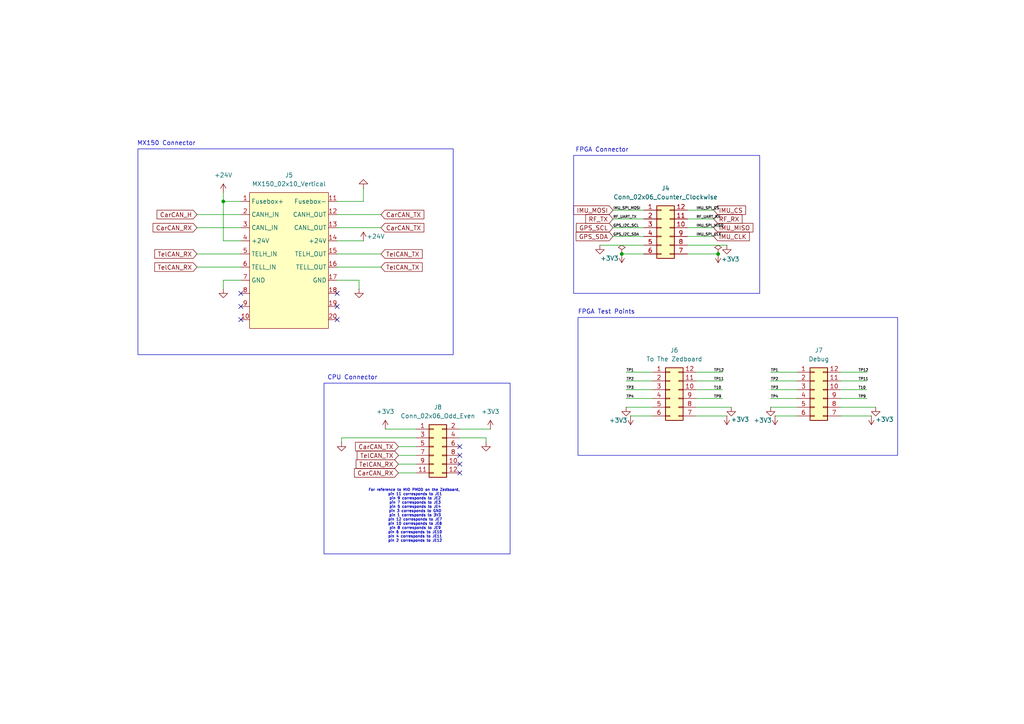
<source format=kicad_sch>
(kicad_sch
	(version 20250114)
	(generator "eeschema")
	(generator_version "9.0")
	(uuid "9355e69e-bf5a-447b-901f-f5bfc92231c0")
	(paper "A4")
	(lib_symbols
		(symbol "Conn_02x06_Counter_Clockwise_1"
			(pin_names
				(offset 1.016)
				(hide yes)
			)
			(exclude_from_sim no)
			(in_bom yes)
			(on_board yes)
			(property "Reference" "J4"
				(at 1.27 11.43 0)
				(effects
					(font
						(size 1.27 1.27)
					)
				)
			)
			(property "Value" "Conn_02x06_Counter_Clockwise"
				(at 1.27 8.89 0)
				(effects
					(font
						(size 1.27 1.27)
					)
				)
			)
			(property "Footprint" ""
				(at 0 0 0)
				(effects
					(font
						(size 1.27 1.27)
					)
					(hide yes)
				)
			)
			(property "Datasheet" "~"
				(at 0 0 0)
				(effects
					(font
						(size 1.27 1.27)
					)
					(hide yes)
				)
			)
			(property "Description" "Generic connector, double row, 02x06, counter clockwise pin numbering scheme (similar to DIP package numbering), script generated (kicad-library-utils/schlib/autogen/connector/)"
				(at 0 0 0)
				(effects
					(font
						(size 1.27 1.27)
					)
					(hide yes)
				)
			)
			(property "ki_keywords" "connector"
				(at 0 0 0)
				(effects
					(font
						(size 1.27 1.27)
					)
					(hide yes)
				)
			)
			(property "ki_fp_filters" "Connector*:*_2x??_*"
				(at 0 0 0)
				(effects
					(font
						(size 1.27 1.27)
					)
					(hide yes)
				)
			)
			(symbol "Conn_02x06_Counter_Clockwise_1_1_1"
				(rectangle
					(start -1.27 6.35)
					(end 3.81 -8.89)
					(stroke
						(width 0.254)
						(type default)
					)
					(fill
						(type background)
					)
				)
				(rectangle
					(start -1.27 5.207)
					(end 0 4.953)
					(stroke
						(width 0.1524)
						(type default)
					)
					(fill
						(type none)
					)
				)
				(rectangle
					(start -1.27 2.667)
					(end 0 2.413)
					(stroke
						(width 0.1524)
						(type default)
					)
					(fill
						(type none)
					)
				)
				(rectangle
					(start -1.27 0.127)
					(end 0 -0.127)
					(stroke
						(width 0.1524)
						(type default)
					)
					(fill
						(type none)
					)
				)
				(rectangle
					(start -1.27 -2.413)
					(end 0 -2.667)
					(stroke
						(width 0.1524)
						(type default)
					)
					(fill
						(type none)
					)
				)
				(rectangle
					(start -1.27 -4.953)
					(end 0 -5.207)
					(stroke
						(width 0.1524)
						(type default)
					)
					(fill
						(type none)
					)
				)
				(rectangle
					(start -1.27 -7.493)
					(end 0 -7.747)
					(stroke
						(width 0.1524)
						(type default)
					)
					(fill
						(type none)
					)
				)
				(rectangle
					(start 3.81 5.207)
					(end 2.54 4.953)
					(stroke
						(width 0.1524)
						(type default)
					)
					(fill
						(type none)
					)
				)
				(rectangle
					(start 3.81 2.667)
					(end 2.54 2.413)
					(stroke
						(width 0.1524)
						(type default)
					)
					(fill
						(type none)
					)
				)
				(rectangle
					(start 3.81 0.127)
					(end 2.54 -0.127)
					(stroke
						(width 0.1524)
						(type default)
					)
					(fill
						(type none)
					)
				)
				(rectangle
					(start 3.81 -2.413)
					(end 2.54 -2.667)
					(stroke
						(width 0.1524)
						(type default)
					)
					(fill
						(type none)
					)
				)
				(rectangle
					(start 3.81 -4.953)
					(end 2.54 -5.207)
					(stroke
						(width 0.1524)
						(type default)
					)
					(fill
						(type none)
					)
				)
				(rectangle
					(start 3.81 -7.493)
					(end 2.54 -7.747)
					(stroke
						(width 0.1524)
						(type default)
					)
					(fill
						(type none)
					)
				)
				(pin bidirectional line
					(at -5.08 5.08 0)
					(length 3.81)
					(name "Pin_1"
						(effects
							(font
								(size 1.27 1.27)
							)
						)
					)
					(number "1"
						(effects
							(font
								(size 1.27 1.27)
							)
						)
					)
				)
				(pin passive line
					(at -5.08 2.54 0)
					(length 3.81)
					(name "Pin_2"
						(effects
							(font
								(size 1.27 1.27)
							)
						)
					)
					(number "2"
						(effects
							(font
								(size 1.27 1.27)
							)
						)
					)
				)
				(pin passive line
					(at -5.08 0 0)
					(length 3.81)
					(name "Pin_3"
						(effects
							(font
								(size 1.27 1.27)
							)
						)
					)
					(number "3"
						(effects
							(font
								(size 1.27 1.27)
							)
						)
					)
				)
				(pin passive line
					(at -5.08 -2.54 0)
					(length 3.81)
					(name "Pin_4"
						(effects
							(font
								(size 1.27 1.27)
							)
						)
					)
					(number "4"
						(effects
							(font
								(size 1.27 1.27)
							)
						)
					)
				)
				(pin passive line
					(at -5.08 -5.08 0)
					(length 3.81)
					(name "Pin_5"
						(effects
							(font
								(size 1.27 1.27)
							)
						)
					)
					(number "5"
						(effects
							(font
								(size 1.27 1.27)
							)
						)
					)
				)
				(pin bidirectional line
					(at -5.08 -7.62 0)
					(length 3.81)
					(name "Pin_6"
						(effects
							(font
								(size 1.27 1.27)
							)
						)
					)
					(number "6"
						(effects
							(font
								(size 1.27 1.27)
							)
						)
					)
				)
				(pin passive line
					(at 7.62 5.08 180)
					(length 3.81)
					(name "Pin_12"
						(effects
							(font
								(size 1.27 1.27)
							)
						)
					)
					(number "12"
						(effects
							(font
								(size 1.27 1.27)
							)
						)
					)
				)
				(pin passive line
					(at 7.62 2.54 180)
					(length 3.81)
					(name "Pin_11"
						(effects
							(font
								(size 1.27 1.27)
							)
						)
					)
					(number "11"
						(effects
							(font
								(size 1.27 1.27)
							)
						)
					)
				)
				(pin passive line
					(at 7.62 0 180)
					(length 3.81)
					(name "Pin_10"
						(effects
							(font
								(size 1.27 1.27)
							)
						)
					)
					(number "10"
						(effects
							(font
								(size 1.27 1.27)
							)
						)
					)
				)
				(pin passive line
					(at 7.62 -2.54 180)
					(length 3.81)
					(name "Pin_9"
						(effects
							(font
								(size 1.27 1.27)
							)
						)
					)
					(number "9"
						(effects
							(font
								(size 1.27 1.27)
							)
						)
					)
				)
				(pin passive line
					(at 7.62 -5.08 180)
					(length 3.81)
					(name "Pin_8"
						(effects
							(font
								(size 1.27 1.27)
							)
						)
					)
					(number "8"
						(effects
							(font
								(size 1.27 1.27)
							)
						)
					)
				)
				(pin bidirectional line
					(at 7.62 -7.62 180)
					(length 3.81)
					(name "Pin_7"
						(effects
							(font
								(size 1.27 1.27)
							)
						)
					)
					(number "7"
						(effects
							(font
								(size 1.27 1.27)
							)
						)
					)
				)
			)
			(embedded_fonts no)
		)
		(symbol "Connector_Generic:Conn_02x06_Counter_Clockwise"
			(pin_names
				(offset 1.016)
				(hide yes)
			)
			(exclude_from_sim no)
			(in_bom yes)
			(on_board yes)
			(property "Reference" "J"
				(at 1.27 7.62 0)
				(effects
					(font
						(size 1.27 1.27)
					)
				)
			)
			(property "Value" "Conn_02x06_Counter_Clockwise"
				(at 1.27 -10.16 0)
				(effects
					(font
						(size 1.27 1.27)
					)
				)
			)
			(property "Footprint" ""
				(at 0 0 0)
				(effects
					(font
						(size 1.27 1.27)
					)
					(hide yes)
				)
			)
			(property "Datasheet" "~"
				(at 0 0 0)
				(effects
					(font
						(size 1.27 1.27)
					)
					(hide yes)
				)
			)
			(property "Description" "Generic connector, double row, 02x06, counter clockwise pin numbering scheme (similar to DIP package numbering), script generated (kicad-library-utils/schlib/autogen/connector/)"
				(at 0 0 0)
				(effects
					(font
						(size 1.27 1.27)
					)
					(hide yes)
				)
			)
			(property "ki_keywords" "connector"
				(at 0 0 0)
				(effects
					(font
						(size 1.27 1.27)
					)
					(hide yes)
				)
			)
			(property "ki_fp_filters" "Connector*:*_2x??_*"
				(at 0 0 0)
				(effects
					(font
						(size 1.27 1.27)
					)
					(hide yes)
				)
			)
			(symbol "Conn_02x06_Counter_Clockwise_1_1"
				(rectangle
					(start -1.27 6.35)
					(end 3.81 -8.89)
					(stroke
						(width 0.254)
						(type default)
					)
					(fill
						(type background)
					)
				)
				(rectangle
					(start -1.27 5.207)
					(end 0 4.953)
					(stroke
						(width 0.1524)
						(type default)
					)
					(fill
						(type none)
					)
				)
				(rectangle
					(start -1.27 2.667)
					(end 0 2.413)
					(stroke
						(width 0.1524)
						(type default)
					)
					(fill
						(type none)
					)
				)
				(rectangle
					(start -1.27 0.127)
					(end 0 -0.127)
					(stroke
						(width 0.1524)
						(type default)
					)
					(fill
						(type none)
					)
				)
				(rectangle
					(start -1.27 -2.413)
					(end 0 -2.667)
					(stroke
						(width 0.1524)
						(type default)
					)
					(fill
						(type none)
					)
				)
				(rectangle
					(start -1.27 -4.953)
					(end 0 -5.207)
					(stroke
						(width 0.1524)
						(type default)
					)
					(fill
						(type none)
					)
				)
				(rectangle
					(start -1.27 -7.493)
					(end 0 -7.747)
					(stroke
						(width 0.1524)
						(type default)
					)
					(fill
						(type none)
					)
				)
				(rectangle
					(start 3.81 5.207)
					(end 2.54 4.953)
					(stroke
						(width 0.1524)
						(type default)
					)
					(fill
						(type none)
					)
				)
				(rectangle
					(start 3.81 2.667)
					(end 2.54 2.413)
					(stroke
						(width 0.1524)
						(type default)
					)
					(fill
						(type none)
					)
				)
				(rectangle
					(start 3.81 0.127)
					(end 2.54 -0.127)
					(stroke
						(width 0.1524)
						(type default)
					)
					(fill
						(type none)
					)
				)
				(rectangle
					(start 3.81 -2.413)
					(end 2.54 -2.667)
					(stroke
						(width 0.1524)
						(type default)
					)
					(fill
						(type none)
					)
				)
				(rectangle
					(start 3.81 -4.953)
					(end 2.54 -5.207)
					(stroke
						(width 0.1524)
						(type default)
					)
					(fill
						(type none)
					)
				)
				(rectangle
					(start 3.81 -7.493)
					(end 2.54 -7.747)
					(stroke
						(width 0.1524)
						(type default)
					)
					(fill
						(type none)
					)
				)
				(pin passive line
					(at -5.08 5.08 0)
					(length 3.81)
					(name "Pin_1"
						(effects
							(font
								(size 1.27 1.27)
							)
						)
					)
					(number "1"
						(effects
							(font
								(size 1.27 1.27)
							)
						)
					)
				)
				(pin passive line
					(at -5.08 2.54 0)
					(length 3.81)
					(name "Pin_2"
						(effects
							(font
								(size 1.27 1.27)
							)
						)
					)
					(number "2"
						(effects
							(font
								(size 1.27 1.27)
							)
						)
					)
				)
				(pin passive line
					(at -5.08 0 0)
					(length 3.81)
					(name "Pin_3"
						(effects
							(font
								(size 1.27 1.27)
							)
						)
					)
					(number "3"
						(effects
							(font
								(size 1.27 1.27)
							)
						)
					)
				)
				(pin passive line
					(at -5.08 -2.54 0)
					(length 3.81)
					(name "Pin_4"
						(effects
							(font
								(size 1.27 1.27)
							)
						)
					)
					(number "4"
						(effects
							(font
								(size 1.27 1.27)
							)
						)
					)
				)
				(pin passive line
					(at -5.08 -5.08 0)
					(length 3.81)
					(name "Pin_5"
						(effects
							(font
								(size 1.27 1.27)
							)
						)
					)
					(number "5"
						(effects
							(font
								(size 1.27 1.27)
							)
						)
					)
				)
				(pin passive line
					(at -5.08 -7.62 0)
					(length 3.81)
					(name "Pin_6"
						(effects
							(font
								(size 1.27 1.27)
							)
						)
					)
					(number "6"
						(effects
							(font
								(size 1.27 1.27)
							)
						)
					)
				)
				(pin passive line
					(at 7.62 5.08 180)
					(length 3.81)
					(name "Pin_12"
						(effects
							(font
								(size 1.27 1.27)
							)
						)
					)
					(number "12"
						(effects
							(font
								(size 1.27 1.27)
							)
						)
					)
				)
				(pin passive line
					(at 7.62 2.54 180)
					(length 3.81)
					(name "Pin_11"
						(effects
							(font
								(size 1.27 1.27)
							)
						)
					)
					(number "11"
						(effects
							(font
								(size 1.27 1.27)
							)
						)
					)
				)
				(pin passive line
					(at 7.62 0 180)
					(length 3.81)
					(name "Pin_10"
						(effects
							(font
								(size 1.27 1.27)
							)
						)
					)
					(number "10"
						(effects
							(font
								(size 1.27 1.27)
							)
						)
					)
				)
				(pin passive line
					(at 7.62 -2.54 180)
					(length 3.81)
					(name "Pin_9"
						(effects
							(font
								(size 1.27 1.27)
							)
						)
					)
					(number "9"
						(effects
							(font
								(size 1.27 1.27)
							)
						)
					)
				)
				(pin passive line
					(at 7.62 -5.08 180)
					(length 3.81)
					(name "Pin_8"
						(effects
							(font
								(size 1.27 1.27)
							)
						)
					)
					(number "8"
						(effects
							(font
								(size 1.27 1.27)
							)
						)
					)
				)
				(pin passive line
					(at 7.62 -7.62 180)
					(length 3.81)
					(name "Pin_7"
						(effects
							(font
								(size 1.27 1.27)
							)
						)
					)
					(number "7"
						(effects
							(font
								(size 1.27 1.27)
							)
						)
					)
				)
			)
			(embedded_fonts no)
		)
		(symbol "Connector_Generic:Conn_02x06_Odd_Even"
			(pin_names
				(offset 1.016)
				(hide yes)
			)
			(exclude_from_sim no)
			(in_bom yes)
			(on_board yes)
			(property "Reference" "J8"
				(at 1.27 11.43 0)
				(effects
					(font
						(size 1.27 1.27)
					)
				)
			)
			(property "Value" "Conn_02x06_Odd_Even"
				(at 1.27 8.89 0)
				(effects
					(font
						(size 1.27 1.27)
					)
				)
			)
			(property "Footprint" ""
				(at 0 0 0)
				(effects
					(font
						(size 1.27 1.27)
					)
					(hide yes)
				)
			)
			(property "Datasheet" "~"
				(at 0 0 0)
				(effects
					(font
						(size 1.27 1.27)
					)
					(hide yes)
				)
			)
			(property "Description" "Generic connector, double row, 02x06, odd/even pin numbering scheme (row 1 odd numbers, row 2 even numbers), script generated (kicad-library-utils/schlib/autogen/connector/)"
				(at 0 0 0)
				(effects
					(font
						(size 1.27 1.27)
					)
					(hide yes)
				)
			)
			(property "ki_keywords" "connector"
				(at 0 0 0)
				(effects
					(font
						(size 1.27 1.27)
					)
					(hide yes)
				)
			)
			(property "ki_fp_filters" "Connector*:*_2x??_*"
				(at 0 0 0)
				(effects
					(font
						(size 1.27 1.27)
					)
					(hide yes)
				)
			)
			(symbol "Conn_02x06_Odd_Even_1_1"
				(rectangle
					(start -1.27 6.35)
					(end 3.81 -8.89)
					(stroke
						(width 0.254)
						(type default)
					)
					(fill
						(type background)
					)
				)
				(rectangle
					(start -1.27 5.207)
					(end 0 4.953)
					(stroke
						(width 0.1524)
						(type default)
					)
					(fill
						(type none)
					)
				)
				(rectangle
					(start -1.27 2.667)
					(end 0 2.413)
					(stroke
						(width 0.1524)
						(type default)
					)
					(fill
						(type none)
					)
				)
				(rectangle
					(start -1.27 0.127)
					(end 0 -0.127)
					(stroke
						(width 0.1524)
						(type default)
					)
					(fill
						(type none)
					)
				)
				(rectangle
					(start -1.27 -2.413)
					(end 0 -2.667)
					(stroke
						(width 0.1524)
						(type default)
					)
					(fill
						(type none)
					)
				)
				(rectangle
					(start -1.27 -4.953)
					(end 0 -5.207)
					(stroke
						(width 0.1524)
						(type default)
					)
					(fill
						(type none)
					)
				)
				(rectangle
					(start -1.27 -7.493)
					(end 0 -7.747)
					(stroke
						(width 0.1524)
						(type default)
					)
					(fill
						(type none)
					)
				)
				(rectangle
					(start 3.81 5.207)
					(end 2.54 4.953)
					(stroke
						(width 0.1524)
						(type default)
					)
					(fill
						(type none)
					)
				)
				(rectangle
					(start 3.81 2.667)
					(end 2.54 2.413)
					(stroke
						(width 0.1524)
						(type default)
					)
					(fill
						(type none)
					)
				)
				(rectangle
					(start 3.81 0.127)
					(end 2.54 -0.127)
					(stroke
						(width 0.1524)
						(type default)
					)
					(fill
						(type none)
					)
				)
				(rectangle
					(start 3.81 -2.413)
					(end 2.54 -2.667)
					(stroke
						(width 0.1524)
						(type default)
					)
					(fill
						(type none)
					)
				)
				(rectangle
					(start 3.81 -4.953)
					(end 2.54 -5.207)
					(stroke
						(width 0.1524)
						(type default)
					)
					(fill
						(type none)
					)
				)
				(rectangle
					(start 3.81 -7.493)
					(end 2.54 -7.747)
					(stroke
						(width 0.1524)
						(type default)
					)
					(fill
						(type none)
					)
				)
				(pin passive line
					(at -5.08 5.08 0)
					(length 3.81)
					(name "Pin_1"
						(effects
							(font
								(size 1.27 1.27)
							)
						)
					)
					(number "1"
						(effects
							(font
								(size 1.27 1.27)
							)
						)
					)
				)
				(pin passive line
					(at -5.08 2.54 0)
					(length 3.81)
					(name "Pin_3"
						(effects
							(font
								(size 1.27 1.27)
							)
						)
					)
					(number "3"
						(effects
							(font
								(size 1.27 1.27)
							)
						)
					)
				)
				(pin output line
					(at -5.08 0 0)
					(length 3.81)
					(name "Pin_5"
						(effects
							(font
								(size 1.27 1.27)
							)
						)
					)
					(number "5"
						(effects
							(font
								(size 1.27 1.27)
							)
						)
					)
				)
				(pin output line
					(at -5.08 -2.54 0)
					(length 3.81)
					(name "Pin_7"
						(effects
							(font
								(size 1.27 1.27)
							)
						)
					)
					(number "7"
						(effects
							(font
								(size 1.27 1.27)
							)
						)
					)
				)
				(pin input line
					(at -5.08 -5.08 0)
					(length 3.81)
					(name "Pin_9"
						(effects
							(font
								(size 1.27 1.27)
							)
						)
					)
					(number "9"
						(effects
							(font
								(size 1.27 1.27)
							)
						)
					)
				)
				(pin input line
					(at -5.08 -7.62 0)
					(length 3.81)
					(name "Pin_11"
						(effects
							(font
								(size 1.27 1.27)
							)
						)
					)
					(number "11"
						(effects
							(font
								(size 1.27 1.27)
							)
						)
					)
				)
				(pin passive line
					(at 7.62 5.08 180)
					(length 3.81)
					(name "Pin_2"
						(effects
							(font
								(size 1.27 1.27)
							)
						)
					)
					(number "2"
						(effects
							(font
								(size 1.27 1.27)
							)
						)
					)
				)
				(pin passive line
					(at 7.62 2.54 180)
					(length 3.81)
					(name "Pin_4"
						(effects
							(font
								(size 1.27 1.27)
							)
						)
					)
					(number "4"
						(effects
							(font
								(size 1.27 1.27)
							)
						)
					)
				)
				(pin passive line
					(at 7.62 0 180)
					(length 3.81)
					(name "Pin_6"
						(effects
							(font
								(size 1.27 1.27)
							)
						)
					)
					(number "6"
						(effects
							(font
								(size 1.27 1.27)
							)
						)
					)
				)
				(pin passive line
					(at 7.62 -2.54 180)
					(length 3.81)
					(name "Pin_8"
						(effects
							(font
								(size 1.27 1.27)
							)
						)
					)
					(number "8"
						(effects
							(font
								(size 1.27 1.27)
							)
						)
					)
				)
				(pin passive line
					(at 7.62 -5.08 180)
					(length 3.81)
					(name "Pin_10"
						(effects
							(font
								(size 1.27 1.27)
							)
						)
					)
					(number "10"
						(effects
							(font
								(size 1.27 1.27)
							)
						)
					)
				)
				(pin passive line
					(at 7.62 -7.62 180)
					(length 3.81)
					(name "Pin_12"
						(effects
							(font
								(size 1.27 1.27)
							)
						)
					)
					(number "12"
						(effects
							(font
								(size 1.27 1.27)
							)
						)
					)
				)
			)
			(embedded_fonts no)
		)
		(symbol "power:+24V"
			(power)
			(pin_numbers
				(hide yes)
			)
			(pin_names
				(offset 0)
				(hide yes)
			)
			(exclude_from_sim no)
			(in_bom yes)
			(on_board yes)
			(property "Reference" "#PWR"
				(at 0 -3.81 0)
				(effects
					(font
						(size 1.27 1.27)
					)
					(hide yes)
				)
			)
			(property "Value" "+24V"
				(at 0 3.556 0)
				(effects
					(font
						(size 1.27 1.27)
					)
				)
			)
			(property "Footprint" ""
				(at 0 0 0)
				(effects
					(font
						(size 1.27 1.27)
					)
					(hide yes)
				)
			)
			(property "Datasheet" ""
				(at 0 0 0)
				(effects
					(font
						(size 1.27 1.27)
					)
					(hide yes)
				)
			)
			(property "Description" "Power symbol creates a global label with name \"+24V\""
				(at 0 0 0)
				(effects
					(font
						(size 1.27 1.27)
					)
					(hide yes)
				)
			)
			(property "ki_keywords" "global power"
				(at 0 0 0)
				(effects
					(font
						(size 1.27 1.27)
					)
					(hide yes)
				)
			)
			(symbol "+24V_0_1"
				(polyline
					(pts
						(xy -0.762 1.27) (xy 0 2.54)
					)
					(stroke
						(width 0)
						(type default)
					)
					(fill
						(type none)
					)
				)
				(polyline
					(pts
						(xy 0 2.54) (xy 0.762 1.27)
					)
					(stroke
						(width 0)
						(type default)
					)
					(fill
						(type none)
					)
				)
				(polyline
					(pts
						(xy 0 0) (xy 0 2.54)
					)
					(stroke
						(width 0)
						(type default)
					)
					(fill
						(type none)
					)
				)
			)
			(symbol "+24V_1_1"
				(pin power_in line
					(at 0 0 90)
					(length 0)
					(name "~"
						(effects
							(font
								(size 1.27 1.27)
							)
						)
					)
					(number "1"
						(effects
							(font
								(size 1.27 1.27)
							)
						)
					)
				)
			)
			(embedded_fonts no)
		)
		(symbol "power:GND"
			(power)
			(pin_numbers
				(hide yes)
			)
			(pin_names
				(offset 0)
				(hide yes)
			)
			(exclude_from_sim no)
			(in_bom yes)
			(on_board yes)
			(property "Reference" "#PWR"
				(at 0 -6.35 0)
				(effects
					(font
						(size 1.27 1.27)
					)
					(hide yes)
				)
			)
			(property "Value" "GND"
				(at 0 -3.81 0)
				(effects
					(font
						(size 1.27 1.27)
					)
				)
			)
			(property "Footprint" ""
				(at 0 0 0)
				(effects
					(font
						(size 1.27 1.27)
					)
					(hide yes)
				)
			)
			(property "Datasheet" ""
				(at 0 0 0)
				(effects
					(font
						(size 1.27 1.27)
					)
					(hide yes)
				)
			)
			(property "Description" "Power symbol creates a global label with name \"GND\" , ground"
				(at 0 0 0)
				(effects
					(font
						(size 1.27 1.27)
					)
					(hide yes)
				)
			)
			(property "ki_keywords" "global power"
				(at 0 0 0)
				(effects
					(font
						(size 1.27 1.27)
					)
					(hide yes)
				)
			)
			(symbol "GND_0_1"
				(polyline
					(pts
						(xy 0 0) (xy 0 -1.27) (xy 1.27 -1.27) (xy 0 -2.54) (xy -1.27 -1.27) (xy 0 -1.27)
					)
					(stroke
						(width 0)
						(type default)
					)
					(fill
						(type none)
					)
				)
			)
			(symbol "GND_1_1"
				(pin power_in line
					(at 0 0 270)
					(length 0)
					(name "~"
						(effects
							(font
								(size 1.27 1.27)
							)
						)
					)
					(number "1"
						(effects
							(font
								(size 1.27 1.27)
							)
						)
					)
				)
			)
			(embedded_fonts no)
		)
		(symbol "power:PWR_FLAG"
			(power)
			(pin_numbers
				(hide yes)
			)
			(pin_names
				(offset 0)
				(hide yes)
			)
			(exclude_from_sim no)
			(in_bom yes)
			(on_board yes)
			(property "Reference" "#FLG"
				(at 0 1.905 0)
				(effects
					(font
						(size 1.27 1.27)
					)
					(hide yes)
				)
			)
			(property "Value" "PWR_FLAG"
				(at 0 3.81 0)
				(effects
					(font
						(size 1.27 1.27)
					)
				)
			)
			(property "Footprint" ""
				(at 0 0 0)
				(effects
					(font
						(size 1.27 1.27)
					)
					(hide yes)
				)
			)
			(property "Datasheet" "~"
				(at 0 0 0)
				(effects
					(font
						(size 1.27 1.27)
					)
					(hide yes)
				)
			)
			(property "Description" "Special symbol for telling ERC where power comes from"
				(at 0 0 0)
				(effects
					(font
						(size 1.27 1.27)
					)
					(hide yes)
				)
			)
			(property "ki_keywords" "flag power"
				(at 0 0 0)
				(effects
					(font
						(size 1.27 1.27)
					)
					(hide yes)
				)
			)
			(symbol "PWR_FLAG_0_0"
				(pin power_out line
					(at 0 0 90)
					(length 0)
					(name "~"
						(effects
							(font
								(size 1.27 1.27)
							)
						)
					)
					(number "1"
						(effects
							(font
								(size 1.27 1.27)
							)
						)
					)
				)
			)
			(symbol "PWR_FLAG_0_1"
				(polyline
					(pts
						(xy 0 0) (xy 0 1.27) (xy -1.016 1.905) (xy 0 2.54) (xy 1.016 1.905) (xy 0 1.27)
					)
					(stroke
						(width 0)
						(type default)
					)
					(fill
						(type none)
					)
				)
			)
			(embedded_fonts no)
		)
		(symbol "utsvt_connectors:MX150_02x10_Vertical"
			(exclude_from_sim no)
			(in_bom yes)
			(on_board yes)
			(property "Reference" "J5"
				(at 0 1.27 0)
				(effects
					(font
						(size 1.27 1.27)
					)
				)
			)
			(property "Value" "MX150_02x10_Vertical"
				(at 0 -1.27 0)
				(effects
					(font
						(size 1.27 1.27)
					)
				)
			)
			(property "Footprint" "UTSVT_Connectors:MX150_02x10_Vertical"
				(at 0 0 0)
				(effects
					(font
						(size 1.27 1.27)
					)
					(hide yes)
				)
			)
			(property "Datasheet" "https://www.molex.com/en-us/products/part-detail/757575101?display=pdf"
				(at 0 0 0)
				(effects
					(font
						(size 1.27 1.27)
					)
					(hide yes)
				)
			)
			(property "Description" ""
				(at 0 0 0)
				(effects
					(font
						(size 1.27 1.27)
					)
					(hide yes)
				)
			)
			(property "P/N" "757575101"
				(at 0 0 0)
				(effects
					(font
						(size 1.27 1.27)
					)
					(hide yes)
				)
			)
			(symbol "MX150_02x10_Vertical_1_1"
				(rectangle
					(start -11.43 -3.81)
					(end 11.43 -43.18)
					(stroke
						(width 0)
						(type solid)
					)
					(fill
						(type color)
						(color 255 255 194 1)
					)
				)
				(pin power_in line
					(at -13.97 -6.35 0)
					(length 2.54)
					(name "Fusebox+"
						(effects
							(font
								(size 1.27 1.27)
							)
						)
					)
					(number "1"
						(effects
							(font
								(size 1.27 1.27)
							)
						)
					)
				)
				(pin bidirectional line
					(at -13.97 -10.16 0)
					(length 2.54)
					(name "CANH_IN"
						(effects
							(font
								(size 1.27 1.27)
							)
						)
					)
					(number "2"
						(effects
							(font
								(size 1.27 1.27)
							)
						)
					)
				)
				(pin bidirectional line
					(at -13.97 -13.97 0)
					(length 2.54)
					(name "CANL_IN"
						(effects
							(font
								(size 1.27 1.27)
							)
						)
					)
					(number "3"
						(effects
							(font
								(size 1.27 1.27)
							)
						)
					)
				)
				(pin bidirectional line
					(at -13.97 -17.78 0)
					(length 2.54)
					(name "+24V"
						(effects
							(font
								(size 1.27 1.27)
							)
						)
					)
					(number "4"
						(effects
							(font
								(size 1.27 1.27)
							)
						)
					)
				)
				(pin bidirectional line
					(at -13.97 -21.59 0)
					(length 2.54)
					(name "TELH_IN"
						(effects
							(font
								(size 1.27 1.27)
							)
						)
					)
					(number "5"
						(effects
							(font
								(size 1.27 1.27)
							)
						)
					)
				)
				(pin bidirectional line
					(at -13.97 -25.4 0)
					(length 2.54)
					(name "TELL_IN"
						(effects
							(font
								(size 1.27 1.27)
							)
						)
					)
					(number "6"
						(effects
							(font
								(size 1.27 1.27)
							)
						)
					)
				)
				(pin bidirectional line
					(at -13.97 -29.21 0)
					(length 2.54)
					(name "GND"
						(effects
							(font
								(size 1.27 1.27)
							)
						)
					)
					(number "7"
						(effects
							(font
								(size 1.27 1.27)
							)
						)
					)
				)
				(pin bidirectional line
					(at -13.97 -33.02 0)
					(length 2.54)
					(name ""
						(effects
							(font
								(size 1.27 1.27)
							)
						)
					)
					(number "8"
						(effects
							(font
								(size 1.27 1.27)
							)
						)
					)
				)
				(pin bidirectional line
					(at -13.97 -36.83 0)
					(length 2.54)
					(name ""
						(effects
							(font
								(size 1.27 1.27)
							)
						)
					)
					(number "9"
						(effects
							(font
								(size 1.27 1.27)
							)
						)
					)
				)
				(pin bidirectional line
					(at -13.97 -40.64 0)
					(length 2.54)
					(name ""
						(effects
							(font
								(size 1.27 1.27)
							)
						)
					)
					(number "10"
						(effects
							(font
								(size 1.27 1.27)
							)
						)
					)
				)
				(pin power_in line
					(at 13.97 -6.35 180)
					(length 2.54)
					(name "Fusebox-"
						(effects
							(font
								(size 1.27 1.27)
							)
						)
					)
					(number "11"
						(effects
							(font
								(size 1.27 1.27)
							)
						)
					)
				)
				(pin bidirectional line
					(at 13.97 -10.16 180)
					(length 2.54)
					(name "CANH_OUT"
						(effects
							(font
								(size 1.27 1.27)
							)
						)
					)
					(number "12"
						(effects
							(font
								(size 1.27 1.27)
							)
						)
					)
				)
				(pin bidirectional line
					(at 13.97 -13.97 180)
					(length 2.54)
					(name "CANL_OUT"
						(effects
							(font
								(size 1.27 1.27)
							)
						)
					)
					(number "13"
						(effects
							(font
								(size 1.27 1.27)
							)
						)
					)
				)
				(pin bidirectional line
					(at 13.97 -17.78 180)
					(length 2.54)
					(name "+24V"
						(effects
							(font
								(size 1.27 1.27)
							)
						)
					)
					(number "14"
						(effects
							(font
								(size 1.27 1.27)
							)
						)
					)
				)
				(pin bidirectional line
					(at 13.97 -21.59 180)
					(length 2.54)
					(name "TELH_OUT"
						(effects
							(font
								(size 1.27 1.27)
							)
						)
					)
					(number "15"
						(effects
							(font
								(size 1.27 1.27)
							)
						)
					)
				)
				(pin bidirectional line
					(at 13.97 -25.4 180)
					(length 2.54)
					(name "TELL_OUT"
						(effects
							(font
								(size 1.27 1.27)
							)
						)
					)
					(number "16"
						(effects
							(font
								(size 1.27 1.27)
							)
						)
					)
				)
				(pin bidirectional line
					(at 13.97 -29.21 180)
					(length 2.54)
					(name "GND"
						(effects
							(font
								(size 1.27 1.27)
							)
						)
					)
					(number "17"
						(effects
							(font
								(size 1.27 1.27)
							)
						)
					)
				)
				(pin bidirectional line
					(at 13.97 -33.02 180)
					(length 2.54)
					(name ""
						(effects
							(font
								(size 1.27 1.27)
							)
						)
					)
					(number "18"
						(effects
							(font
								(size 1.27 1.27)
							)
						)
					)
				)
				(pin bidirectional line
					(at 13.97 -36.83 180)
					(length 2.54)
					(name ""
						(effects
							(font
								(size 1.27 1.27)
							)
						)
					)
					(number "19"
						(effects
							(font
								(size 1.27 1.27)
							)
						)
					)
				)
				(pin bidirectional line
					(at 13.97 -40.64 180)
					(length 2.54)
					(name ""
						(effects
							(font
								(size 1.27 1.27)
							)
						)
					)
					(number "20"
						(effects
							(font
								(size 1.27 1.27)
							)
						)
					)
				)
			)
			(embedded_fonts no)
		)
	)
	(rectangle
		(start 40.005 43.18)
		(end 131.445 102.87)
		(stroke
			(width 0)
			(type default)
		)
		(fill
			(type none)
		)
		(uuid 19384e30-96e0-4af6-973d-4e0f70d5a5d5)
	)
	(rectangle
		(start 167.64 92.075)
		(end 260.35 132.08)
		(stroke
			(width 0)
			(type default)
		)
		(fill
			(type none)
		)
		(uuid b35b651c-71ba-497e-ba14-ad1feb866f2d)
	)
	(rectangle
		(start 166.37 45.085)
		(end 220.345 85.09)
		(stroke
			(width 0)
			(type default)
		)
		(fill
			(type none)
		)
		(uuid c6141cd7-90b0-48aa-a055-330e0c0ddba6)
	)
	(rectangle
		(start 93.98 111.125)
		(end 147.955 160.655)
		(stroke
			(width 0)
			(type default)
		)
		(fill
			(type none)
		)
		(uuid d148dffe-347f-4fcd-8ef2-dd091d30fecb)
	)
	(text "MX150 Connector"
		(exclude_from_sim no)
		(at 48.26 41.656 0)
		(effects
			(font
				(size 1.27 1.27)
			)
		)
		(uuid "13a8db27-36ef-4574-90f8-033817846d6a")
	)
	(text "CPU Connector"
		(exclude_from_sim no)
		(at 102.235 109.601 0)
		(effects
			(font
				(size 1.27 1.27)
			)
		)
		(uuid "3140ec0e-998f-4a26-9c5f-f8985571b4b2")
	)
	(text "FPGA Test Points\n"
		(exclude_from_sim no)
		(at 175.895 90.551 0)
		(effects
			(font
				(size 1.27 1.27)
			)
		)
		(uuid "787b6177-c443-4551-a638-723564876263")
	)
	(text "For reference to MIO PMOD on the Zedboard, \npin 11 corresponds to JE1\npin 9 corresponds to JE2\npin 7 corresponds to JE3\npin 5 corresponds to JE4\npin 3 corresponds to GND\npin 1 corresponds to 3V3\npin 12 corresponds to JE7\npin 10 corresponds to JE6\npin 8 corresponds to JE9\npin 6 corresponds to JE10\npin 4 corresponds to JE11\npin 2 corresponds to JE12\n"
		(exclude_from_sim no)
		(at 120.396 149.606 0)
		(effects
			(font
				(size 0.762 0.762)
			)
		)
		(uuid "7dec2b07-02c0-4c21-b996-287c54633221")
	)
	(text "FPGA Connector"
		(exclude_from_sim no)
		(at 174.625 43.561 0)
		(effects
			(font
				(size 1.27 1.27)
			)
		)
		(uuid "bf0eb58d-f54d-449b-ace2-ca0a3e406f00")
	)
	(junction
		(at 208.28 73.66)
		(diameter 0)
		(color 0 0 0 0)
		(uuid "11cf78a6-2077-4125-a4ba-e23680835075")
	)
	(junction
		(at 64.77 58.42)
		(diameter 0)
		(color 0 0 0 0)
		(uuid "2282b4d3-3ee7-4647-b6c9-c3ca47005a60")
	)
	(junction
		(at 180.34 73.66)
		(diameter 0)
		(color 0 0 0 0)
		(uuid "aa1fa7bd-e42c-4188-aa44-caecccafa291")
	)
	(no_connect
		(at 69.85 92.71)
		(uuid "03517126-78fe-4911-92d9-cee2c89be1f3")
	)
	(no_connect
		(at 97.79 85.09)
		(uuid "0e567fe2-b43e-4cb4-8102-c53d2ea00eaa")
	)
	(no_connect
		(at 133.35 129.54)
		(uuid "200cc6c9-38a4-4c59-97f8-6d0147ed1d81")
	)
	(no_connect
		(at 97.79 92.71)
		(uuid "3434a4e4-d1f6-4cfe-936d-321a06386948")
	)
	(no_connect
		(at 133.35 134.62)
		(uuid "6f3edf94-549a-4fb8-90d5-785bf0fb30b6")
	)
	(no_connect
		(at 97.79 88.9)
		(uuid "72d6a6fa-84dd-43e8-8e19-9fe4ac28c7f0")
	)
	(no_connect
		(at 133.35 137.16)
		(uuid "952331e4-6374-4116-9b0f-0ba1ec43db0f")
	)
	(no_connect
		(at 69.85 88.9)
		(uuid "9f682def-c318-491d-934a-80e33413cc94")
	)
	(no_connect
		(at 69.85 85.09)
		(uuid "ba0f052c-0d79-4271-846c-37538444b9f3")
	)
	(no_connect
		(at 133.35 132.08)
		(uuid "d5bfd0cd-62d4-4ac8-9453-5466403e5680")
	)
	(wire
		(pts
			(xy 140.97 127) (xy 140.97 128.27)
		)
		(stroke
			(width 0)
			(type default)
		)
		(uuid "06665615-34ce-4ff1-beb7-c347fd9b16ed")
	)
	(wire
		(pts
			(xy 97.79 77.47) (xy 110.49 77.47)
		)
		(stroke
			(width 0)
			(type default)
		)
		(uuid "1378ea31-150c-4011-b6a3-efbdeeccce0d")
	)
	(wire
		(pts
			(xy 177.8 63.5) (xy 186.69 63.5)
		)
		(stroke
			(width 0)
			(type default)
		)
		(uuid "1407ee71-eeb9-440a-95f1-ee9ec5eb4f6b")
	)
	(wire
		(pts
			(xy 97.79 69.85) (xy 105.41 69.85)
		)
		(stroke
			(width 0)
			(type default)
		)
		(uuid "165891cd-ef01-40a4-8e00-3be764534564")
	)
	(wire
		(pts
			(xy 97.79 81.28) (xy 104.14 81.28)
		)
		(stroke
			(width 0)
			(type default)
		)
		(uuid "1a549945-e08b-4078-9466-de26afbbcbd4")
	)
	(wire
		(pts
			(xy 223.52 107.95) (xy 231.14 107.95)
		)
		(stroke
			(width 0)
			(type default)
		)
		(uuid "225b6f7e-6536-4ec5-aa72-b161ffbed736")
	)
	(wire
		(pts
			(xy 105.41 54.61) (xy 105.41 58.42)
		)
		(stroke
			(width 0)
			(type default)
		)
		(uuid "22864b28-8820-4d10-b6cd-fed7c05f5945")
	)
	(wire
		(pts
			(xy 201.93 118.11) (xy 212.09 118.11)
		)
		(stroke
			(width 0)
			(type default)
		)
		(uuid "234165c6-80f3-44b0-832f-75e69ae565d5")
	)
	(wire
		(pts
			(xy 99.06 127) (xy 99.06 128.27)
		)
		(stroke
			(width 0)
			(type default)
		)
		(uuid "247e7e0e-8c29-4b1d-a135-891d98d2c66b")
	)
	(wire
		(pts
			(xy 243.84 120.65) (xy 252.73 120.65)
		)
		(stroke
			(width 0)
			(type default)
		)
		(uuid "25112754-9c25-4af7-8ed1-1508437724ec")
	)
	(wire
		(pts
			(xy 199.39 73.66) (xy 208.28 73.66)
		)
		(stroke
			(width 0)
			(type default)
		)
		(uuid "2e94c0fc-84a4-404e-8b48-112384a1384a")
	)
	(wire
		(pts
			(xy 173.99 71.12) (xy 186.69 71.12)
		)
		(stroke
			(width 0)
			(type default)
		)
		(uuid "395755b0-aa25-419c-a908-0167360839ed")
	)
	(wire
		(pts
			(xy 189.23 120.65) (xy 182.88 120.65)
		)
		(stroke
			(width 0)
			(type default)
		)
		(uuid "396df4a3-b8e8-46c2-829c-19ae35c16869")
	)
	(wire
		(pts
			(xy 57.15 66.04) (xy 69.85 66.04)
		)
		(stroke
			(width 0)
			(type default)
		)
		(uuid "39b7869e-18ce-47e4-9598-47caeb59f331")
	)
	(wire
		(pts
			(xy 177.8 66.04) (xy 186.69 66.04)
		)
		(stroke
			(width 0)
			(type default)
		)
		(uuid "3a9c0cd5-7430-43f3-8a57-0a0784e35703")
	)
	(wire
		(pts
			(xy 201.93 107.95) (xy 209.55 107.95)
		)
		(stroke
			(width 0)
			(type default)
		)
		(uuid "3e5bf1e8-ec94-4694-8fbe-a1b95175cacc")
	)
	(wire
		(pts
			(xy 57.15 77.47) (xy 69.85 77.47)
		)
		(stroke
			(width 0)
			(type default)
		)
		(uuid "3f410875-21e3-425d-9b5d-72d05ba79494")
	)
	(wire
		(pts
			(xy 243.84 115.57) (xy 251.46 115.57)
		)
		(stroke
			(width 0)
			(type default)
		)
		(uuid "412144da-6eed-44d5-af39-38fad959a09a")
	)
	(wire
		(pts
			(xy 199.39 63.5) (xy 207.01 63.5)
		)
		(stroke
			(width 0)
			(type default)
		)
		(uuid "43f1c0b9-a546-457f-a2a8-6572106abc65")
	)
	(wire
		(pts
			(xy 223.52 110.49) (xy 231.14 110.49)
		)
		(stroke
			(width 0)
			(type default)
		)
		(uuid "46622f11-98f7-4e34-8a1b-04bb30512c71")
	)
	(wire
		(pts
			(xy 186.69 73.66) (xy 180.34 73.66)
		)
		(stroke
			(width 0)
			(type default)
		)
		(uuid "497955f3-1140-44fd-8ec0-a7d94cbd0737")
	)
	(wire
		(pts
			(xy 243.84 113.03) (xy 251.46 113.03)
		)
		(stroke
			(width 0)
			(type default)
		)
		(uuid "4bd23b44-14dd-48f6-9da5-d551656ce9c1")
	)
	(wire
		(pts
			(xy 115.57 137.16) (xy 120.65 137.16)
		)
		(stroke
			(width 0)
			(type default)
		)
		(uuid "59235a07-a5b8-442a-bce0-7e7e308796fc")
	)
	(wire
		(pts
			(xy 243.84 107.95) (xy 251.46 107.95)
		)
		(stroke
			(width 0)
			(type default)
		)
		(uuid "5bf7b8f6-85b4-4c39-869d-967a8b03c849")
	)
	(wire
		(pts
			(xy 223.52 113.03) (xy 231.14 113.03)
		)
		(stroke
			(width 0)
			(type default)
		)
		(uuid "5d0a79b5-2764-43fa-8531-576dc9bdc07e")
	)
	(wire
		(pts
			(xy 223.52 118.11) (xy 231.14 118.11)
		)
		(stroke
			(width 0)
			(type default)
		)
		(uuid "65cd051f-f9dc-4e38-b72d-0031b8e8f833")
	)
	(wire
		(pts
			(xy 201.93 113.03) (xy 209.55 113.03)
		)
		(stroke
			(width 0)
			(type default)
		)
		(uuid "673c723e-23d5-4365-9981-0b64ba258132")
	)
	(wire
		(pts
			(xy 181.61 113.03) (xy 189.23 113.03)
		)
		(stroke
			(width 0)
			(type default)
		)
		(uuid "6f4fc0f2-0003-40c8-8f8a-5675f1ecebbc")
	)
	(wire
		(pts
			(xy 69.85 58.42) (xy 64.77 58.42)
		)
		(stroke
			(width 0)
			(type default)
		)
		(uuid "73b0a492-dc93-453d-b58f-3805975f508f")
	)
	(wire
		(pts
			(xy 120.65 127) (xy 99.06 127)
		)
		(stroke
			(width 0)
			(type default)
		)
		(uuid "77f4604f-1417-45f9-a2be-cb56d95eaaca")
	)
	(wire
		(pts
			(xy 115.57 129.54) (xy 120.65 129.54)
		)
		(stroke
			(width 0)
			(type default)
		)
		(uuid "824e430a-443b-4aec-a5ea-d7245555c322")
	)
	(wire
		(pts
			(xy 97.79 58.42) (xy 105.41 58.42)
		)
		(stroke
			(width 0)
			(type default)
		)
		(uuid "853df7e2-797a-4fda-b4a7-39ec82ddc04f")
	)
	(wire
		(pts
			(xy 181.61 115.57) (xy 189.23 115.57)
		)
		(stroke
			(width 0)
			(type default)
		)
		(uuid "889cc80e-a93f-409f-86cd-4d80ae0debfe")
	)
	(wire
		(pts
			(xy 181.61 118.11) (xy 189.23 118.11)
		)
		(stroke
			(width 0)
			(type default)
		)
		(uuid "8b59e936-b06b-48bf-96d7-863aa8c7585a")
	)
	(wire
		(pts
			(xy 177.8 60.96) (xy 186.69 60.96)
		)
		(stroke
			(width 0)
			(type default)
		)
		(uuid "8f1d0155-66d8-4931-9cfa-2995d6ef6b76")
	)
	(wire
		(pts
			(xy 181.61 110.49) (xy 189.23 110.49)
		)
		(stroke
			(width 0)
			(type default)
		)
		(uuid "91e7195a-86ce-4b83-be13-dd82a1cdcedc")
	)
	(wire
		(pts
			(xy 177.8 68.58) (xy 186.69 68.58)
		)
		(stroke
			(width 0)
			(type default)
		)
		(uuid "92df65aa-b23e-4642-9684-6458b76f29b7")
	)
	(wire
		(pts
			(xy 231.14 120.65) (xy 224.79 120.65)
		)
		(stroke
			(width 0)
			(type default)
		)
		(uuid "93534515-1c0a-412a-8543-3c2c5d253e78")
	)
	(wire
		(pts
			(xy 199.39 66.04) (xy 207.01 66.04)
		)
		(stroke
			(width 0)
			(type default)
		)
		(uuid "a0ade20c-5d54-4e10-96ab-11204a7be54b")
	)
	(wire
		(pts
			(xy 243.84 110.49) (xy 251.46 110.49)
		)
		(stroke
			(width 0)
			(type default)
		)
		(uuid "a5d4ffbf-b4d5-4d66-aae5-f751f4060e00")
	)
	(wire
		(pts
			(xy 97.79 73.66) (xy 110.49 73.66)
		)
		(stroke
			(width 0)
			(type default)
		)
		(uuid "a7e19e79-0208-4921-8caa-90349d1d51a7")
	)
	(wire
		(pts
			(xy 69.85 69.85) (xy 64.77 69.85)
		)
		(stroke
			(width 0)
			(type default)
		)
		(uuid "a91929fd-1895-4a22-a8c5-35f4bf7b3532")
	)
	(wire
		(pts
			(xy 181.61 107.95) (xy 189.23 107.95)
		)
		(stroke
			(width 0)
			(type default)
		)
		(uuid "acb310ed-648a-4c82-a274-57d90548478a")
	)
	(wire
		(pts
			(xy 223.52 115.57) (xy 231.14 115.57)
		)
		(stroke
			(width 0)
			(type default)
		)
		(uuid "b29013be-1280-4820-8cb1-4483de19d62d")
	)
	(wire
		(pts
			(xy 115.57 132.08) (xy 120.65 132.08)
		)
		(stroke
			(width 0)
			(type default)
		)
		(uuid "b29dc658-8e12-46f4-b7fc-535e08d05a6f")
	)
	(wire
		(pts
			(xy 97.79 66.04) (xy 110.49 66.04)
		)
		(stroke
			(width 0)
			(type default)
		)
		(uuid "b62c5af9-3573-4b8e-9ccc-b515970316e9")
	)
	(wire
		(pts
			(xy 201.93 120.65) (xy 210.82 120.65)
		)
		(stroke
			(width 0)
			(type default)
		)
		(uuid "b6d8a0b2-6576-4e7e-b2ff-03bf85860e5b")
	)
	(wire
		(pts
			(xy 199.39 60.96) (xy 207.01 60.96)
		)
		(stroke
			(width 0)
			(type default)
		)
		(uuid "bbcf1eac-cabc-4947-b27f-662361cdc682")
	)
	(wire
		(pts
			(xy 142.24 124.46) (xy 133.35 124.46)
		)
		(stroke
			(width 0)
			(type default)
		)
		(uuid "bf7321d9-d45c-4e8b-8883-03bd43493f55")
	)
	(wire
		(pts
			(xy 199.39 68.58) (xy 207.01 68.58)
		)
		(stroke
			(width 0)
			(type default)
		)
		(uuid "c1ea4fc5-aa19-4f69-9361-c4886b8ca15c")
	)
	(wire
		(pts
			(xy 97.79 62.23) (xy 110.49 62.23)
		)
		(stroke
			(width 0)
			(type default)
		)
		(uuid "c3a19cb8-65cf-4e86-902d-141f1a0dd35e")
	)
	(wire
		(pts
			(xy 104.14 81.28) (xy 104.14 83.82)
		)
		(stroke
			(width 0)
			(type default)
		)
		(uuid "d1371c82-ed7b-4ab7-9c3a-0d1386cf936a")
	)
	(wire
		(pts
			(xy 57.15 73.66) (xy 69.85 73.66)
		)
		(stroke
			(width 0)
			(type default)
		)
		(uuid "d199d1d2-9555-4297-942c-5273e9df3247")
	)
	(wire
		(pts
			(xy 243.84 118.11) (xy 254 118.11)
		)
		(stroke
			(width 0)
			(type default)
		)
		(uuid "d53aa22c-57e3-4b45-8d18-81c7ec05cae0")
	)
	(wire
		(pts
			(xy 201.93 115.57) (xy 209.55 115.57)
		)
		(stroke
			(width 0)
			(type default)
		)
		(uuid "d5c3c2e7-678d-450e-b002-18d2d0929b08")
	)
	(wire
		(pts
			(xy 199.39 71.12) (xy 210.82 71.12)
		)
		(stroke
			(width 0)
			(type default)
		)
		(uuid "d940ba91-8418-4d99-a19b-ac5be59c5fed")
	)
	(wire
		(pts
			(xy 64.77 69.85) (xy 64.77 58.42)
		)
		(stroke
			(width 0)
			(type default)
		)
		(uuid "da69f646-55b3-4a6a-a2bf-e65e38afb35b")
	)
	(wire
		(pts
			(xy 69.85 62.23) (xy 57.15 62.23)
		)
		(stroke
			(width 0)
			(type default)
		)
		(uuid "dc0e7a22-effb-47df-894f-3008f114f35e")
	)
	(wire
		(pts
			(xy 64.77 55.88) (xy 64.77 58.42)
		)
		(stroke
			(width 0)
			(type default)
		)
		(uuid "df936188-e6a3-4cee-a317-df110e57b93a")
	)
	(wire
		(pts
			(xy 115.57 134.62) (xy 120.65 134.62)
		)
		(stroke
			(width 0)
			(type default)
		)
		(uuid "f006bbad-73ef-4432-8536-c9df714768e7")
	)
	(wire
		(pts
			(xy 111.76 124.46) (xy 120.65 124.46)
		)
		(stroke
			(width 0)
			(type default)
		)
		(uuid "f71066ea-e2c2-4c5e-b3d9-dddd3b343ae3")
	)
	(wire
		(pts
			(xy 133.35 127) (xy 140.97 127)
		)
		(stroke
			(width 0)
			(type default)
		)
		(uuid "f767842f-98e2-4853-909e-f3aa014503f4")
	)
	(wire
		(pts
			(xy 69.85 81.28) (xy 64.77 81.28)
		)
		(stroke
			(width 0)
			(type default)
		)
		(uuid "f7a87e67-1dd5-44f6-b5a1-24a4ec9afb86")
	)
	(wire
		(pts
			(xy 64.77 81.28) (xy 64.77 83.82)
		)
		(stroke
			(width 0)
			(type default)
		)
		(uuid "f9e83e05-ef42-455f-87e4-09f9306c746c")
	)
	(wire
		(pts
			(xy 201.93 110.49) (xy 209.55 110.49)
		)
		(stroke
			(width 0)
			(type default)
		)
		(uuid "fda7434c-cca0-40aa-9290-f15b8b4dbffd")
	)
	(label "TP1"
		(at 181.61 107.95 0)
		(effects
			(font
				(size 0.762 0.762)
			)
			(justify left bottom)
		)
		(uuid "13c49b77-2e8b-4672-81ca-6fcfacd8738b")
	)
	(label "GPS_I2C_SCL"
		(at 177.8 66.04 0)
		(effects
			(font
				(size 0.762 0.762)
			)
			(justify left bottom)
		)
		(uuid "1a4f39f7-8ae3-45c3-8cd9-71d7e9437e65")
	)
	(label "TP3"
		(at 223.52 113.03 0)
		(effects
			(font
				(size 0.762 0.762)
			)
			(justify left bottom)
		)
		(uuid "246a4fb2-34fc-49a7-a824-d7adee682abe")
	)
	(label "IMU_SPI_CS"
		(at 201.93 60.96 0)
		(effects
			(font
				(size 0.762 0.762)
			)
			(justify left bottom)
		)
		(uuid "2ce8bb2e-7eda-4807-a001-0b9230b23335")
	)
	(label "TP2"
		(at 223.52 110.49 0)
		(effects
			(font
				(size 0.762 0.762)
			)
			(justify left bottom)
		)
		(uuid "37857d21-7a61-4710-b5af-4305ec5c74ea")
	)
	(label "TP3"
		(at 181.61 113.03 0)
		(effects
			(font
				(size 0.762 0.762)
			)
			(justify left bottom)
		)
		(uuid "3d1b59a1-0c56-4ad8-9441-495c8f691346")
	)
	(label "IMU_SPI_MOSI"
		(at 177.8 60.96 0)
		(effects
			(font
				(size 0.762 0.762)
			)
			(justify left bottom)
		)
		(uuid "3f13c461-d3e7-4a84-a846-29e52266d818")
	)
	(label "TP2"
		(at 181.61 110.49 0)
		(effects
			(font
				(size 0.762 0.762)
			)
			(justify left bottom)
		)
		(uuid "6ae26524-9387-4297-81ce-68b4a434f568")
	)
	(label "RF_UART_RX"
		(at 201.93 63.5 0)
		(effects
			(font
				(size 0.762 0.762)
			)
			(justify left bottom)
		)
		(uuid "6d9066e0-2e0e-4da2-9460-013f363cd009")
	)
	(label "TP9"
		(at 248.92 115.57 0)
		(effects
			(font
				(size 0.762 0.762)
			)
			(justify left bottom)
		)
		(uuid "8888a328-211f-48ef-b69c-6904162cadac")
	)
	(label "T10"
		(at 207.01 113.03 0)
		(effects
			(font
				(size 0.762 0.762)
			)
			(justify left bottom)
		)
		(uuid "8c5e4c89-c25d-41fc-b7e5-7db03de7686d")
	)
	(label "TP9"
		(at 207.01 115.57 0)
		(effects
			(font
				(size 0.762 0.762)
			)
			(justify left bottom)
		)
		(uuid "93464531-c2cd-4b86-beab-81548589edd9")
	)
	(label "TP12"
		(at 248.92 107.95 0)
		(effects
			(font
				(size 0.762 0.762)
			)
			(justify left bottom)
		)
		(uuid "9d17b483-9a5f-4057-babd-d2fc28576f0a")
	)
	(label "TP12"
		(at 207.01 107.95 0)
		(effects
			(font
				(size 0.762 0.762)
			)
			(justify left bottom)
		)
		(uuid "a0092f57-8a18-465c-9d33-ba76dd4534f2")
	)
	(label "RF_UART_TX"
		(at 177.8 63.5 0)
		(effects
			(font
				(size 0.762 0.762)
			)
			(justify left bottom)
		)
		(uuid "a0b697fb-690e-4890-a0fc-1830eff47d21")
	)
	(label "IMU_SPI_CLK"
		(at 201.93 68.58 0)
		(effects
			(font
				(size 0.762 0.762)
			)
			(justify left bottom)
		)
		(uuid "b0a3f1a2-cf9c-458c-9240-fc1082937e97")
	)
	(label "T10"
		(at 248.92 113.03 0)
		(effects
			(font
				(size 0.762 0.762)
			)
			(justify left bottom)
		)
		(uuid "b35b3b68-cc06-4637-8e73-2c0a8c254e28")
	)
	(label "TP4"
		(at 181.61 115.57 0)
		(effects
			(font
				(size 0.762 0.762)
			)
			(justify left bottom)
		)
		(uuid "b8e62c34-c8b2-4941-8250-b6596e5cb5fe")
	)
	(label "TP11"
		(at 207.01 110.49 0)
		(effects
			(font
				(size 0.762 0.762)
			)
			(justify left bottom)
		)
		(uuid "d4768e7f-7815-48aa-8044-946946d7536e")
	)
	(label "TP4"
		(at 223.52 115.57 0)
		(effects
			(font
				(size 0.762 0.762)
			)
			(justify left bottom)
		)
		(uuid "d848b8bd-44d1-4fb2-a704-0118a61dcf0f")
	)
	(label "TP11"
		(at 248.92 110.49 0)
		(effects
			(font
				(size 0.762 0.762)
			)
			(justify left bottom)
		)
		(uuid "e2ddf05a-6a2f-483f-9716-c739117af26b")
	)
	(label "GPS_I2C_SDA"
		(at 177.8 68.58 0)
		(effects
			(font
				(size 0.762 0.762)
			)
			(justify left bottom)
		)
		(uuid "e96372c5-c37f-42e1-adbf-9e8b043e214c")
	)
	(label "IMU_SPI_MISO"
		(at 201.93 66.04 0)
		(effects
			(font
				(size 0.762 0.762)
			)
			(justify left bottom)
		)
		(uuid "f12183ee-0a65-4885-8320-9b07bf0866ea")
	)
	(label "TP1"
		(at 223.52 107.95 0)
		(effects
			(font
				(size 0.762 0.762)
			)
			(justify left bottom)
		)
		(uuid "f586e22c-ea9d-492f-a1ba-def2354c3374")
	)
	(global_label "CarCAN_RX"
		(shape input)
		(at 115.57 137.16 180)
		(fields_autoplaced yes)
		(effects
			(font
				(size 1.27 1.27)
			)
			(justify right)
		)
		(uuid "0b0bf9f9-a164-4b04-acec-004b7639e087")
		(property "Intersheetrefs" "${INTERSHEET_REFS}"
			(at 102.2434 137.16 0)
			(effects
				(font
					(size 1.27 1.27)
				)
				(justify right)
				(hide yes)
			)
		)
	)
	(global_label "TelCAN_TX"
		(shape input)
		(at 110.49 77.47 0)
		(fields_autoplaced yes)
		(effects
			(font
				(size 1.27 1.27)
			)
			(justify left)
		)
		(uuid "15eee0fa-419e-4833-b73c-6d6c452c5362")
		(property "Intersheetrefs" "${INTERSHEET_REFS}"
			(at 123.0304 77.47 0)
			(effects
				(font
					(size 1.27 1.27)
				)
				(justify left)
				(hide yes)
			)
		)
	)
	(global_label "IMU_MISO"
		(shape input)
		(at 207.01 66.04 0)
		(fields_autoplaced yes)
		(effects
			(font
				(size 1.27 1.27)
			)
			(justify left)
		)
		(uuid "252b864d-b951-4c48-aea6-87aeec86182c")
		(property "Intersheetrefs" "${INTERSHEET_REFS}"
			(at 218.9457 66.04 0)
			(effects
				(font
					(size 1.27 1.27)
				)
				(justify left)
				(hide yes)
			)
		)
	)
	(global_label "IMU_CLK"
		(shape input)
		(at 207.01 68.58 0)
		(fields_autoplaced yes)
		(effects
			(font
				(size 1.27 1.27)
			)
			(justify left)
		)
		(uuid "2ff8baa0-7338-412e-b798-504cc558fb4c")
		(property "Intersheetrefs" "${INTERSHEET_REFS}"
			(at 217.9176 68.58 0)
			(effects
				(font
					(size 1.27 1.27)
				)
				(justify left)
				(hide yes)
			)
		)
	)
	(global_label "CarCAN_TX"
		(shape input)
		(at 110.49 66.04 0)
		(fields_autoplaced yes)
		(effects
			(font
				(size 1.27 1.27)
			)
			(justify left)
		)
		(uuid "507f8aef-7af9-4b08-a846-c518a70e2c48")
		(property "Intersheetrefs" "${INTERSHEET_REFS}"
			(at 123.5142 66.04 0)
			(effects
				(font
					(size 1.27 1.27)
				)
				(justify left)
				(hide yes)
			)
		)
	)
	(global_label "IMU_MOSI"
		(shape input)
		(at 177.8 60.96 180)
		(fields_autoplaced yes)
		(effects
			(font
				(size 1.27 1.27)
			)
			(justify right)
		)
		(uuid "5bf308ac-6517-4b40-9756-e5919979f141")
		(property "Intersheetrefs" "${INTERSHEET_REFS}"
			(at 165.8643 60.96 0)
			(effects
				(font
					(size 1.27 1.27)
				)
				(justify right)
				(hide yes)
			)
		)
	)
	(global_label "CarCAN_TX"
		(shape input)
		(at 110.49 62.23 0)
		(fields_autoplaced yes)
		(effects
			(font
				(size 1.27 1.27)
			)
			(justify left)
		)
		(uuid "6a60e02d-bc7c-40a5-bbb4-234eac7bca3d")
		(property "Intersheetrefs" "${INTERSHEET_REFS}"
			(at 123.5142 62.23 0)
			(effects
				(font
					(size 1.27 1.27)
				)
				(justify left)
				(hide yes)
			)
		)
	)
	(global_label "TelCAN_RX"
		(shape input)
		(at 57.15 73.66 180)
		(fields_autoplaced yes)
		(effects
			(font
				(size 1.27 1.27)
			)
			(justify right)
		)
		(uuid "6c4c333b-63f9-4767-940b-94ca7f239c77")
		(property "Intersheetrefs" "${INTERSHEET_REFS}"
			(at 44.3072 73.66 0)
			(effects
				(font
					(size 1.27 1.27)
				)
				(justify right)
				(hide yes)
			)
		)
	)
	(global_label "CarCAN_RX"
		(shape input)
		(at 57.15 66.04 180)
		(fields_autoplaced yes)
		(effects
			(font
				(size 1.27 1.27)
			)
			(justify right)
		)
		(uuid "7bc5528a-1d3b-4cef-8b03-a12fc7f6d146")
		(property "Intersheetrefs" "${INTERSHEET_REFS}"
			(at 43.8234 66.04 0)
			(effects
				(font
					(size 1.27 1.27)
				)
				(justify right)
				(hide yes)
			)
		)
	)
	(global_label "GPS_SCL"
		(shape input)
		(at 177.8 66.04 180)
		(fields_autoplaced yes)
		(effects
			(font
				(size 1.27 1.27)
			)
			(justify right)
		)
		(uuid "947071ef-3a1f-42e0-9b5d-7e6a993df0cc")
		(property "Intersheetrefs" "${INTERSHEET_REFS}"
			(at 166.5901 66.04 0)
			(effects
				(font
					(size 1.27 1.27)
				)
				(justify right)
				(hide yes)
			)
		)
	)
	(global_label "TelCAN_RX"
		(shape input)
		(at 57.15 77.47 180)
		(fields_autoplaced yes)
		(effects
			(font
				(size 1.27 1.27)
			)
			(justify right)
		)
		(uuid "986a7ae9-1608-4a91-8c7d-98db24cc7225")
		(property "Intersheetrefs" "${INTERSHEET_REFS}"
			(at 44.3072 77.47 0)
			(effects
				(font
					(size 1.27 1.27)
				)
				(justify right)
				(hide yes)
			)
		)
	)
	(global_label "RF_RX"
		(shape input)
		(at 207.01 63.5 0)
		(fields_autoplaced yes)
		(effects
			(font
				(size 1.27 1.27)
			)
			(justify left)
		)
		(uuid "b3aa1e41-a399-4bfe-b7e6-a35b35055e38")
		(property "Intersheetrefs" "${INTERSHEET_REFS}"
			(at 215.8009 63.5 0)
			(effects
				(font
					(size 1.27 1.27)
				)
				(justify left)
				(hide yes)
			)
		)
	)
	(global_label "GPS_SDA"
		(shape input)
		(at 177.8 68.58 180)
		(fields_autoplaced yes)
		(effects
			(font
				(size 1.27 1.27)
			)
			(justify right)
		)
		(uuid "b429c872-ec5a-4183-a3f8-967a447e116b")
		(property "Intersheetrefs" "${INTERSHEET_REFS}"
			(at 166.5296 68.58 0)
			(effects
				(font
					(size 1.27 1.27)
				)
				(justify right)
				(hide yes)
			)
		)
	)
	(global_label "TelCAN_TX"
		(shape input)
		(at 115.57 132.08 180)
		(fields_autoplaced yes)
		(effects
			(font
				(size 1.27 1.27)
			)
			(justify right)
		)
		(uuid "c07f9778-e8f3-4e53-9b6d-af6252784efe")
		(property "Intersheetrefs" "${INTERSHEET_REFS}"
			(at 103.0296 132.08 0)
			(effects
				(font
					(size 1.27 1.27)
				)
				(justify right)
				(hide yes)
			)
		)
	)
	(global_label "TelCAN_TX"
		(shape input)
		(at 110.49 73.66 0)
		(fields_autoplaced yes)
		(effects
			(font
				(size 1.27 1.27)
			)
			(justify left)
		)
		(uuid "c4cc1827-a091-4e62-a3ca-e882464a40d4")
		(property "Intersheetrefs" "${INTERSHEET_REFS}"
			(at 123.0304 73.66 0)
			(effects
				(font
					(size 1.27 1.27)
				)
				(justify left)
				(hide yes)
			)
		)
	)
	(global_label "CarCAN_H"
		(shape input)
		(at 57.15 62.23 180)
		(fields_autoplaced yes)
		(effects
			(font
				(size 1.27 1.27)
			)
			(justify right)
		)
		(uuid "ca4bfae2-2932-4ea2-94ce-46ffb9f13666")
		(property "Intersheetrefs" "${INTERSHEET_REFS}"
			(at 44.9724 62.23 0)
			(effects
				(font
					(size 1.27 1.27)
				)
				(justify right)
				(hide yes)
			)
		)
	)
	(global_label "IMU_CS"
		(shape input)
		(at 207.01 60.96 0)
		(fields_autoplaced yes)
		(effects
			(font
				(size 1.27 1.27)
			)
			(justify left)
		)
		(uuid "d2c82e5a-b337-4c33-8896-02551b3edc69")
		(property "Intersheetrefs" "${INTERSHEET_REFS}"
			(at 216.829 60.96 0)
			(effects
				(font
					(size 1.27 1.27)
				)
				(justify left)
				(hide yes)
			)
		)
	)
	(global_label "TelCAN_RX"
		(shape input)
		(at 115.57 134.62 180)
		(fields_autoplaced yes)
		(effects
			(font
				(size 1.27 1.27)
			)
			(justify right)
		)
		(uuid "d62a5841-0bff-4e0b-833a-dd770fc90b4f")
		(property "Intersheetrefs" "${INTERSHEET_REFS}"
			(at 102.7272 134.62 0)
			(effects
				(font
					(size 1.27 1.27)
				)
				(justify right)
				(hide yes)
			)
		)
	)
	(global_label "CarCAN_TX"
		(shape input)
		(at 115.57 129.54 180)
		(fields_autoplaced yes)
		(effects
			(font
				(size 1.27 1.27)
			)
			(justify right)
		)
		(uuid "f392e0e2-6eb9-4a34-aaae-4c3ad21cbb9b")
		(property "Intersheetrefs" "${INTERSHEET_REFS}"
			(at 102.5458 129.54 0)
			(effects
				(font
					(size 1.27 1.27)
				)
				(justify right)
				(hide yes)
			)
		)
	)
	(global_label "RF_TX"
		(shape input)
		(at 177.8 63.5 180)
		(fields_autoplaced yes)
		(effects
			(font
				(size 1.27 1.27)
			)
			(justify right)
		)
		(uuid "fc932e87-6286-462c-8545-e45aeac1efa8")
		(property "Intersheetrefs" "${INTERSHEET_REFS}"
			(at 169.3115 63.5 0)
			(effects
				(font
					(size 1.27 1.27)
				)
				(justify right)
				(hide yes)
			)
		)
	)
	(symbol
		(lib_id "power:+24V")
		(at 142.24 124.46 0)
		(unit 1)
		(exclude_from_sim no)
		(in_bom yes)
		(on_board yes)
		(dnp no)
		(fields_autoplaced yes)
		(uuid "000f956b-cf92-4b03-a512-4eafb0bd74c6")
		(property "Reference" "#PWR024"
			(at 142.24 128.27 0)
			(effects
				(font
					(size 1.27 1.27)
				)
				(hide yes)
			)
		)
		(property "Value" "+3V3"
			(at 142.24 119.38 0)
			(effects
				(font
					(size 1.27 1.27)
				)
			)
		)
		(property "Footprint" ""
			(at 142.24 124.46 0)
			(effects
				(font
					(size 1.27 1.27)
				)
				(hide yes)
			)
		)
		(property "Datasheet" ""
			(at 142.24 124.46 0)
			(effects
				(font
					(size 1.27 1.27)
				)
				(hide yes)
			)
		)
		(property "Description" "Power symbol creates a global label with name \"+24V\""
			(at 142.24 124.46 0)
			(effects
				(font
					(size 1.27 1.27)
				)
				(hide yes)
			)
		)
		(pin "1"
			(uuid "2206098a-bdf0-4895-b673-475c7be09761")
		)
		(instances
			(project "TSOMProject"
				(path "/f13eb969-5de0-437e-a1b7-e0204111e0b2/555dcf2f-9cf7-4916-9b4f-3a8f620095c0"
					(reference "#PWR024")
					(unit 1)
				)
			)
		)
	)
	(symbol
		(lib_id "power:GND")
		(at 140.97 128.27 0)
		(unit 1)
		(exclude_from_sim no)
		(in_bom yes)
		(on_board yes)
		(dnp no)
		(fields_autoplaced yes)
		(uuid "04c12a5c-bfd7-4350-bf27-c12e26cfb25b")
		(property "Reference" "#PWR023"
			(at 140.97 134.62 0)
			(effects
				(font
					(size 1.27 1.27)
				)
				(hide yes)
			)
		)
		(property "Value" "GND"
			(at 140.97 133.35 0)
			(effects
				(font
					(size 1.27 1.27)
				)
				(hide yes)
			)
		)
		(property "Footprint" ""
			(at 140.97 128.27 0)
			(effects
				(font
					(size 1.27 1.27)
				)
				(hide yes)
			)
		)
		(property "Datasheet" ""
			(at 140.97 128.27 0)
			(effects
				(font
					(size 1.27 1.27)
				)
				(hide yes)
			)
		)
		(property "Description" "Power symbol creates a global label with name \"GND\" , ground"
			(at 140.97 128.27 0)
			(effects
				(font
					(size 1.27 1.27)
				)
				(hide yes)
			)
		)
		(pin "1"
			(uuid "8d6caec5-1b3b-42b7-98db-121b88e023a8")
		)
		(instances
			(project "TSOMProject"
				(path "/f13eb969-5de0-437e-a1b7-e0204111e0b2/555dcf2f-9cf7-4916-9b4f-3a8f620095c0"
					(reference "#PWR023")
					(unit 1)
				)
			)
		)
	)
	(symbol
		(lib_id "power:GND")
		(at 104.14 83.82 0)
		(unit 1)
		(exclude_from_sim no)
		(in_bom yes)
		(on_board yes)
		(dnp no)
		(fields_autoplaced yes)
		(uuid "09357397-cc28-474e-871e-9f98efaa18a2")
		(property "Reference" "#PWR049"
			(at 104.14 90.17 0)
			(effects
				(font
					(size 1.27 1.27)
				)
				(hide yes)
			)
		)
		(property "Value" "GND"
			(at 104.14 88.9 0)
			(effects
				(font
					(size 1.27 1.27)
				)
				(hide yes)
			)
		)
		(property "Footprint" ""
			(at 104.14 83.82 0)
			(effects
				(font
					(size 1.27 1.27)
				)
				(hide yes)
			)
		)
		(property "Datasheet" ""
			(at 104.14 83.82 0)
			(effects
				(font
					(size 1.27 1.27)
				)
				(hide yes)
			)
		)
		(property "Description" "Power symbol creates a global label with name \"GND\" , ground"
			(at 104.14 83.82 0)
			(effects
				(font
					(size 1.27 1.27)
				)
				(hide yes)
			)
		)
		(pin "1"
			(uuid "4535d694-c741-41d2-8f43-2e488346fc05")
		)
		(instances
			(project "TSOMProject"
				(path "/f13eb969-5de0-437e-a1b7-e0204111e0b2/555dcf2f-9cf7-4916-9b4f-3a8f620095c0"
					(reference "#PWR049")
					(unit 1)
				)
			)
		)
	)
	(symbol
		(lib_id "power:GND")
		(at 212.09 118.11 0)
		(unit 1)
		(exclude_from_sim no)
		(in_bom yes)
		(on_board yes)
		(dnp no)
		(fields_autoplaced yes)
		(uuid "24b82bfa-0825-4b62-ba65-0304134f0c4e")
		(property "Reference" "#PWR018"
			(at 212.09 124.46 0)
			(effects
				(font
					(size 1.27 1.27)
				)
				(hide yes)
			)
		)
		(property "Value" "GND"
			(at 212.09 123.19 0)
			(effects
				(font
					(size 1.27 1.27)
				)
				(hide yes)
			)
		)
		(property "Footprint" ""
			(at 212.09 118.11 0)
			(effects
				(font
					(size 1.27 1.27)
				)
				(hide yes)
			)
		)
		(property "Datasheet" ""
			(at 212.09 118.11 0)
			(effects
				(font
					(size 1.27 1.27)
				)
				(hide yes)
			)
		)
		(property "Description" "Power symbol creates a global label with name \"GND\" , ground"
			(at 212.09 118.11 0)
			(effects
				(font
					(size 1.27 1.27)
				)
				(hide yes)
			)
		)
		(pin "1"
			(uuid "928e89a2-91a5-4080-ad13-1c2d8bdba73f")
		)
		(instances
			(project "TSOMProject"
				(path "/f13eb969-5de0-437e-a1b7-e0204111e0b2/555dcf2f-9cf7-4916-9b4f-3a8f620095c0"
					(reference "#PWR018")
					(unit 1)
				)
			)
		)
	)
	(symbol
		(lib_id "utsvt_connectors:MX150_02x10_Vertical")
		(at 83.82 52.07 0)
		(unit 1)
		(exclude_from_sim no)
		(in_bom yes)
		(on_board yes)
		(dnp no)
		(fields_autoplaced yes)
		(uuid "2a17103a-a117-418f-be79-d14fa8ea7317")
		(property "Reference" "J5"
			(at 83.82 50.8 0)
			(effects
				(font
					(size 1.27 1.27)
				)
			)
		)
		(property "Value" "MX150_02x10_Vertical"
			(at 83.82 53.34 0)
			(effects
				(font
					(size 1.27 1.27)
				)
			)
		)
		(property "Footprint" "UTSVT_Connectors:MX150_02x10_Vertical"
			(at 83.82 52.07 0)
			(effects
				(font
					(size 1.27 1.27)
				)
				(hide yes)
			)
		)
		(property "Datasheet" "https://www.molex.com/en-us/products/part-detail/757575101?display=pdf"
			(at 83.82 52.07 0)
			(effects
				(font
					(size 1.27 1.27)
				)
				(hide yes)
			)
		)
		(property "Description" ""
			(at 83.82 52.07 0)
			(effects
				(font
					(size 1.27 1.27)
				)
				(hide yes)
			)
		)
		(property "P/N" "757575101"
			(at 83.82 52.07 0)
			(effects
				(font
					(size 1.27 1.27)
				)
				(hide yes)
			)
		)
		(pin "13"
			(uuid "5ee99c7d-9324-4562-be6d-64bba71fd13b")
		)
		(pin "12"
			(uuid "40da63d4-879d-4b34-ab27-519277d2e371")
		)
		(pin "14"
			(uuid "fc1033a4-bb24-4faa-bd8c-406508bf6dbf")
		)
		(pin "1"
			(uuid "50229ce1-b41e-441a-a4cb-8188e3a78704")
		)
		(pin "2"
			(uuid "6cd95aa7-01d8-4c20-9954-6696b3c331ba")
		)
		(pin "3"
			(uuid "0fbe7e01-b4db-496b-9f13-70aec9e213b1")
		)
		(pin "4"
			(uuid "625b63be-0f59-46c3-9399-d47f6c9212e5")
		)
		(pin "5"
			(uuid "5a2fe017-ab79-4a15-8275-bd4c0b9acfaf")
		)
		(pin "6"
			(uuid "bd170f40-5605-47ce-8887-55179342ac6d")
		)
		(pin "7"
			(uuid "ee31388d-749d-457c-814b-d435a6ac5f6c")
		)
		(pin "10"
			(uuid "13109403-5f27-4460-bdad-3fa48236d414")
		)
		(pin "9"
			(uuid "e1c1ed2d-b02d-4a99-af00-953ae3052408")
		)
		(pin "11"
			(uuid "d2096501-f55e-4f19-9f99-e1d562486718")
		)
		(pin "8"
			(uuid "7d9747ba-fab0-4bfa-a107-8e85e85fe3bf")
		)
		(pin "18"
			(uuid "b57540ea-bb30-4d27-ba2b-971e2625cb6d")
		)
		(pin "19"
			(uuid "2377f51d-273d-413a-9d9a-9d1493404fd6")
		)
		(pin "20"
			(uuid "49739e36-c4f4-4b6f-8454-aefd867644a9")
		)
		(pin "17"
			(uuid "30951f87-14ff-41b6-9772-75ce6d26e3f3")
		)
		(pin "16"
			(uuid "8db8675b-f67b-4a79-a0b7-9eb89988d90c")
		)
		(pin "15"
			(uuid "c7d62c69-a850-40a9-8823-06b6f5696436")
		)
		(instances
			(project ""
				(path "/f13eb969-5de0-437e-a1b7-e0204111e0b2/555dcf2f-9cf7-4916-9b4f-3a8f620095c0"
					(reference "J5")
					(unit 1)
				)
			)
		)
	)
	(symbol
		(lib_id "power:GND")
		(at 173.99 71.12 0)
		(unit 1)
		(exclude_from_sim no)
		(in_bom yes)
		(on_board yes)
		(dnp no)
		(fields_autoplaced yes)
		(uuid "397bf80e-5168-41f2-89bf-5e839d627275")
		(property "Reference" "#PWR015"
			(at 173.99 77.47 0)
			(effects
				(font
					(size 1.27 1.27)
				)
				(hide yes)
			)
		)
		(property "Value" "GND"
			(at 173.99 76.2 0)
			(effects
				(font
					(size 1.27 1.27)
				)
				(hide yes)
			)
		)
		(property "Footprint" ""
			(at 173.99 71.12 0)
			(effects
				(font
					(size 1.27 1.27)
				)
				(hide yes)
			)
		)
		(property "Datasheet" ""
			(at 173.99 71.12 0)
			(effects
				(font
					(size 1.27 1.27)
				)
				(hide yes)
			)
		)
		(property "Description" "Power symbol creates a global label with name \"GND\" , ground"
			(at 173.99 71.12 0)
			(effects
				(font
					(size 1.27 1.27)
				)
				(hide yes)
			)
		)
		(pin "1"
			(uuid "8c60b749-02db-432e-88e3-29c086101734")
		)
		(instances
			(project "TSOMProject"
				(path "/f13eb969-5de0-437e-a1b7-e0204111e0b2/555dcf2f-9cf7-4916-9b4f-3a8f620095c0"
					(reference "#PWR015")
					(unit 1)
				)
			)
		)
	)
	(symbol
		(lib_id "power:+24V")
		(at 224.79 120.65 180)
		(unit 1)
		(exclude_from_sim no)
		(in_bom yes)
		(on_board yes)
		(dnp no)
		(uuid "3ffe132a-1cf9-4732-bde2-063e77857401")
		(property "Reference" "#PWR020"
			(at 224.79 116.84 0)
			(effects
				(font
					(size 1.27 1.27)
				)
				(hide yes)
			)
		)
		(property "Value" "+3V3"
			(at 221.234 121.92 0)
			(effects
				(font
					(size 1.27 1.27)
				)
			)
		)
		(property "Footprint" ""
			(at 224.79 120.65 0)
			(effects
				(font
					(size 1.27 1.27)
				)
				(hide yes)
			)
		)
		(property "Datasheet" ""
			(at 224.79 120.65 0)
			(effects
				(font
					(size 1.27 1.27)
				)
				(hide yes)
			)
		)
		(property "Description" "Power symbol creates a global label with name \"+24V\""
			(at 224.79 120.65 0)
			(effects
				(font
					(size 1.27 1.27)
				)
				(hide yes)
			)
		)
		(pin "1"
			(uuid "19aac091-0ce3-418d-b221-6e1d8214492e")
		)
		(instances
			(project "TSOMProject"
				(path "/f13eb969-5de0-437e-a1b7-e0204111e0b2/555dcf2f-9cf7-4916-9b4f-3a8f620095c0"
					(reference "#PWR020")
					(unit 1)
				)
			)
		)
	)
	(symbol
		(lib_id "power:+24V")
		(at 182.88 120.65 180)
		(unit 1)
		(exclude_from_sim no)
		(in_bom yes)
		(on_board yes)
		(dnp no)
		(uuid "53ceafae-3328-4fac-ba63-602ccc84a96b")
		(property "Reference" "#PWR07"
			(at 182.88 116.84 0)
			(effects
				(font
					(size 1.27 1.27)
				)
				(hide yes)
			)
		)
		(property "Value" "+3V3"
			(at 179.324 121.92 0)
			(effects
				(font
					(size 1.27 1.27)
				)
			)
		)
		(property "Footprint" ""
			(at 182.88 120.65 0)
			(effects
				(font
					(size 1.27 1.27)
				)
				(hide yes)
			)
		)
		(property "Datasheet" ""
			(at 182.88 120.65 0)
			(effects
				(font
					(size 1.27 1.27)
				)
				(hide yes)
			)
		)
		(property "Description" "Power symbol creates a global label with name \"+24V\""
			(at 182.88 120.65 0)
			(effects
				(font
					(size 1.27 1.27)
				)
				(hide yes)
			)
		)
		(pin "1"
			(uuid "1d525656-1332-48b3-a749-38b35b3f038b")
		)
		(instances
			(project "TSOMProject"
				(path "/f13eb969-5de0-437e-a1b7-e0204111e0b2/555dcf2f-9cf7-4916-9b4f-3a8f620095c0"
					(reference "#PWR07")
					(unit 1)
				)
			)
		)
	)
	(symbol
		(lib_name "Conn_02x06_Counter_Clockwise_1")
		(lib_id "Connector_Generic:Conn_02x06_Counter_Clockwise")
		(at 191.77 66.04 0)
		(unit 1)
		(exclude_from_sim no)
		(in_bom yes)
		(on_board yes)
		(dnp no)
		(fields_autoplaced yes)
		(uuid "57b47c46-0317-49c8-a348-35cc2f099c7d")
		(property "Reference" "J4"
			(at 193.04 54.61 0)
			(effects
				(font
					(size 1.27 1.27)
				)
			)
		)
		(property "Value" "Conn_02x06_Counter_Clockwise"
			(at 193.04 57.15 0)
			(effects
				(font
					(size 1.27 1.27)
				)
			)
		)
		(property "Footprint" ""
			(at 191.77 66.04 0)
			(effects
				(font
					(size 1.27 1.27)
				)
				(hide yes)
			)
		)
		(property "Datasheet" "~"
			(at 191.77 66.04 0)
			(effects
				(font
					(size 1.27 1.27)
				)
				(hide yes)
			)
		)
		(property "Description" "Generic connector, double row, 02x06, counter clockwise pin numbering scheme (similar to DIP package numbering), script generated (kicad-library-utils/schlib/autogen/connector/)"
			(at 191.77 66.04 0)
			(effects
				(font
					(size 1.27 1.27)
				)
				(hide yes)
			)
		)
		(pin "10"
			(uuid "80847255-0b17-4468-9595-841322305d11")
		)
		(pin "3"
			(uuid "7de3c1e2-f4ea-45ef-80c1-361c20956714")
		)
		(pin "8"
			(uuid "f08fdf99-7cfb-47ba-b44d-3012555e792f")
		)
		(pin "12"
			(uuid "b92b8b69-53fc-400d-85dc-b1d8d7bed3de")
		)
		(pin "6"
			(uuid "5bcf1bcc-ef19-4c23-b0ae-22143247714d")
		)
		(pin "11"
			(uuid "c6d745b1-a256-45b5-821c-fc893b9b64f8")
		)
		(pin "5"
			(uuid "4945ec3e-9d87-431c-91e3-038311e1d68d")
		)
		(pin "2"
			(uuid "33204acc-f5a4-42bd-88db-a137682bd72a")
		)
		(pin "4"
			(uuid "03430f53-ac9a-4943-8af5-a5b11794178b")
		)
		(pin "7"
			(uuid "1ec78e38-f7fd-44a1-b88d-c4d66954eb0d")
		)
		(pin "1"
			(uuid "81ebbed0-e8cd-47b9-b7f4-e799e4968744")
		)
		(pin "9"
			(uuid "5c23447d-3df7-4946-bde9-fbb41788d5a3")
		)
		(instances
			(project ""
				(path "/f13eb969-5de0-437e-a1b7-e0204111e0b2/555dcf2f-9cf7-4916-9b4f-3a8f620095c0"
					(reference "J4")
					(unit 1)
				)
				(path "/f13eb969-5de0-437e-a1b7-e0204111e0b2/5da8fdf4-ad8c-47df-b08e-df168b9b0cb6"
					(reference "J4")
					(unit 1)
				)
			)
		)
	)
	(symbol
		(lib_id "power:GND")
		(at 181.61 118.11 0)
		(unit 1)
		(exclude_from_sim no)
		(in_bom yes)
		(on_board yes)
		(dnp no)
		(fields_autoplaced yes)
		(uuid "5c546784-237a-476e-a5a4-0f230760c164")
		(property "Reference" "#PWR017"
			(at 181.61 124.46 0)
			(effects
				(font
					(size 1.27 1.27)
				)
				(hide yes)
			)
		)
		(property "Value" "GND"
			(at 181.61 123.19 0)
			(effects
				(font
					(size 1.27 1.27)
				)
				(hide yes)
			)
		)
		(property "Footprint" ""
			(at 181.61 118.11 0)
			(effects
				(font
					(size 1.27 1.27)
				)
				(hide yes)
			)
		)
		(property "Datasheet" ""
			(at 181.61 118.11 0)
			(effects
				(font
					(size 1.27 1.27)
				)
				(hide yes)
			)
		)
		(property "Description" "Power symbol creates a global label with name \"GND\" , ground"
			(at 181.61 118.11 0)
			(effects
				(font
					(size 1.27 1.27)
				)
				(hide yes)
			)
		)
		(pin "1"
			(uuid "526be07b-3ab9-4df4-b265-b5c4d54ac5e3")
		)
		(instances
			(project "TSOMProject"
				(path "/f13eb969-5de0-437e-a1b7-e0204111e0b2/555dcf2f-9cf7-4916-9b4f-3a8f620095c0"
					(reference "#PWR017")
					(unit 1)
				)
			)
		)
	)
	(symbol
		(lib_id "power:+24V")
		(at 208.28 73.66 180)
		(unit 1)
		(exclude_from_sim no)
		(in_bom yes)
		(on_board yes)
		(dnp no)
		(uuid "6469074d-3b83-42ca-801a-6b461d02c22a")
		(property "Reference" "#PWR06"
			(at 208.28 69.85 0)
			(effects
				(font
					(size 1.27 1.27)
				)
				(hide yes)
			)
		)
		(property "Value" "+3V3"
			(at 211.836 75.184 0)
			(effects
				(font
					(size 1.27 1.27)
				)
			)
		)
		(property "Footprint" ""
			(at 208.28 73.66 0)
			(effects
				(font
					(size 1.27 1.27)
				)
				(hide yes)
			)
		)
		(property "Datasheet" ""
			(at 208.28 73.66 0)
			(effects
				(font
					(size 1.27 1.27)
				)
				(hide yes)
			)
		)
		(property "Description" "Power symbol creates a global label with name \"+24V\""
			(at 208.28 73.66 0)
			(effects
				(font
					(size 1.27 1.27)
				)
				(hide yes)
			)
		)
		(pin "1"
			(uuid "30e08aac-ef7c-4a31-bdf0-38f1b5b446ee")
		)
		(instances
			(project "TSOMProject"
				(path "/f13eb969-5de0-437e-a1b7-e0204111e0b2/555dcf2f-9cf7-4916-9b4f-3a8f620095c0"
					(reference "#PWR06")
					(unit 1)
				)
			)
		)
	)
	(symbol
		(lib_id "power:GND")
		(at 64.77 83.82 0)
		(unit 1)
		(exclude_from_sim no)
		(in_bom yes)
		(on_board yes)
		(dnp no)
		(fields_autoplaced yes)
		(uuid "77b57c25-8e6b-4345-839e-0d9331a7db26")
		(property "Reference" "#PWR047"
			(at 64.77 90.17 0)
			(effects
				(font
					(size 1.27 1.27)
				)
				(hide yes)
			)
		)
		(property "Value" "GND"
			(at 64.77 88.9 0)
			(effects
				(font
					(size 1.27 1.27)
				)
				(hide yes)
			)
		)
		(property "Footprint" ""
			(at 64.77 83.82 0)
			(effects
				(font
					(size 1.27 1.27)
				)
				(hide yes)
			)
		)
		(property "Datasheet" ""
			(at 64.77 83.82 0)
			(effects
				(font
					(size 1.27 1.27)
				)
				(hide yes)
			)
		)
		(property "Description" "Power symbol creates a global label with name \"GND\" , ground"
			(at 64.77 83.82 0)
			(effects
				(font
					(size 1.27 1.27)
				)
				(hide yes)
			)
		)
		(pin "1"
			(uuid "9ad691d2-2bc9-4433-bf0c-07cb43a62c6c")
		)
		(instances
			(project "TSOMProject"
				(path "/f13eb969-5de0-437e-a1b7-e0204111e0b2/555dcf2f-9cf7-4916-9b4f-3a8f620095c0"
					(reference "#PWR047")
					(unit 1)
				)
			)
		)
	)
	(symbol
		(lib_id "Connector_Generic:Conn_02x06_Counter_Clockwise")
		(at 236.22 113.03 0)
		(unit 1)
		(exclude_from_sim no)
		(in_bom yes)
		(on_board yes)
		(dnp no)
		(fields_autoplaced yes)
		(uuid "892b3463-eaa7-46c6-a7d4-b863f757ac15")
		(property "Reference" "J7"
			(at 237.49 101.6 0)
			(effects
				(font
					(size 1.27 1.27)
				)
			)
		)
		(property "Value" "Debug"
			(at 237.49 104.14 0)
			(effects
				(font
					(size 1.27 1.27)
				)
			)
		)
		(property "Footprint" ""
			(at 236.22 113.03 0)
			(effects
				(font
					(size 1.27 1.27)
				)
				(hide yes)
			)
		)
		(property "Datasheet" "~"
			(at 236.22 113.03 0)
			(effects
				(font
					(size 1.27 1.27)
				)
				(hide yes)
			)
		)
		(property "Description" "Generic connector, double row, 02x06, counter clockwise pin numbering scheme (similar to DIP package numbering), script generated (kicad-library-utils/schlib/autogen/connector/)"
			(at 236.22 113.03 0)
			(effects
				(font
					(size 1.27 1.27)
				)
				(hide yes)
			)
		)
		(pin "10"
			(uuid "79200632-e064-447e-a0b7-d2cc0b07b10a")
		)
		(pin "3"
			(uuid "fc0513cf-92d0-497e-9e7b-c424cb9c157d")
		)
		(pin "8"
			(uuid "4d54d870-eb0a-41fd-a0d7-4c7714885756")
		)
		(pin "12"
			(uuid "0384d9da-e78f-4d00-8c67-f6ea8591c68c")
		)
		(pin "6"
			(uuid "078c4650-ee51-4bd5-987a-74692a47570a")
		)
		(pin "11"
			(uuid "0d6b5484-f58f-4ea7-85c0-8645ccf0e904")
		)
		(pin "5"
			(uuid "2dad4742-6c7d-4108-9a09-6ab6f1274072")
		)
		(pin "2"
			(uuid "b1211fb1-18cf-45e5-b75a-7246f5c55275")
		)
		(pin "4"
			(uuid "91250c7b-568a-455a-8f4a-daf872f19e74")
		)
		(pin "7"
			(uuid "f57e633a-b4f6-46b6-90c7-5a08c9280fc7")
		)
		(pin "1"
			(uuid "3651de0b-aba2-400b-852e-bb87867bacac")
		)
		(pin "9"
			(uuid "36133c5d-bbbe-49b5-be11-3b568363cadc")
		)
		(instances
			(project "TSOMProject"
				(path "/f13eb969-5de0-437e-a1b7-e0204111e0b2/555dcf2f-9cf7-4916-9b4f-3a8f620095c0"
					(reference "J7")
					(unit 1)
				)
			)
		)
	)
	(symbol
		(lib_id "power:+24V")
		(at 252.73 120.65 180)
		(unit 1)
		(exclude_from_sim no)
		(in_bom yes)
		(on_board yes)
		(dnp no)
		(uuid "8cf78c7d-a27e-4a30-ac5f-5c6219545282")
		(property "Reference" "#PWR021"
			(at 252.73 116.84 0)
			(effects
				(font
					(size 1.27 1.27)
				)
				(hide yes)
			)
		)
		(property "Value" "+3V3"
			(at 256.54 121.666 0)
			(effects
				(font
					(size 1.27 1.27)
				)
			)
		)
		(property "Footprint" ""
			(at 252.73 120.65 0)
			(effects
				(font
					(size 1.27 1.27)
				)
				(hide yes)
			)
		)
		(property "Datasheet" ""
			(at 252.73 120.65 0)
			(effects
				(font
					(size 1.27 1.27)
				)
				(hide yes)
			)
		)
		(property "Description" "Power symbol creates a global label with name \"+24V\""
			(at 252.73 120.65 0)
			(effects
				(font
					(size 1.27 1.27)
				)
				(hide yes)
			)
		)
		(pin "1"
			(uuid "820903ef-b034-4c74-ba29-53afaede8b0a")
		)
		(instances
			(project "TSOMProject"
				(path "/f13eb969-5de0-437e-a1b7-e0204111e0b2/555dcf2f-9cf7-4916-9b4f-3a8f620095c0"
					(reference "#PWR021")
					(unit 1)
				)
			)
		)
	)
	(symbol
		(lib_id "Connector_Generic:Conn_02x06_Counter_Clockwise")
		(at 194.31 113.03 0)
		(unit 1)
		(exclude_from_sim no)
		(in_bom yes)
		(on_board yes)
		(dnp no)
		(fields_autoplaced yes)
		(uuid "90d9a08c-f5b4-47e5-881c-20e4836228d0")
		(property "Reference" "J6"
			(at 195.58 101.6 0)
			(effects
				(font
					(size 1.27 1.27)
				)
			)
		)
		(property "Value" "To The Zedboard"
			(at 195.58 104.14 0)
			(effects
				(font
					(size 1.27 1.27)
				)
			)
		)
		(property "Footprint" ""
			(at 194.31 113.03 0)
			(effects
				(font
					(size 1.27 1.27)
				)
				(hide yes)
			)
		)
		(property "Datasheet" "~"
			(at 194.31 113.03 0)
			(effects
				(font
					(size 1.27 1.27)
				)
				(hide yes)
			)
		)
		(property "Description" "Generic connector, double row, 02x06, counter clockwise pin numbering scheme (similar to DIP package numbering), script generated (kicad-library-utils/schlib/autogen/connector/)"
			(at 194.31 113.03 0)
			(effects
				(font
					(size 1.27 1.27)
				)
				(hide yes)
			)
		)
		(pin "10"
			(uuid "a5902fd2-482d-4071-ade1-9c76c58c0417")
		)
		(pin "3"
			(uuid "fb74382f-c5ce-46db-a18e-c6e332a7cb4b")
		)
		(pin "8"
			(uuid "ad6cd097-5a6c-4825-a901-0cf2689eb4a9")
		)
		(pin "12"
			(uuid "2129b0ea-cd4c-4443-9492-2de2fda1705e")
		)
		(pin "6"
			(uuid "d014eb26-2718-43c1-bb6f-8b2890371dd4")
		)
		(pin "11"
			(uuid "35a27a88-8a15-4f00-964e-e8381dbcd627")
		)
		(pin "5"
			(uuid "180eaef6-3f61-4787-aba4-d63db714f8dd")
		)
		(pin "2"
			(uuid "d59fc666-3053-481e-9d42-8d3a45f990e0")
		)
		(pin "4"
			(uuid "24e41943-dc62-44f8-b002-1c7e28425bff")
		)
		(pin "7"
			(uuid "85b77983-6c07-4ba6-a1bd-7025340144ca")
		)
		(pin "1"
			(uuid "a0b29b8e-6f93-43e4-8dd2-63bff641b2e9")
		)
		(pin "9"
			(uuid "dc5efa60-c811-4597-bce0-84f0b89c5d8b")
		)
		(instances
			(project "TSOMProject"
				(path "/f13eb969-5de0-437e-a1b7-e0204111e0b2/555dcf2f-9cf7-4916-9b4f-3a8f620095c0"
					(reference "J6")
					(unit 1)
				)
			)
		)
	)
	(symbol
		(lib_id "power:GND")
		(at 210.82 71.12 0)
		(unit 1)
		(exclude_from_sim no)
		(in_bom yes)
		(on_board yes)
		(dnp no)
		(fields_autoplaced yes)
		(uuid "923c377f-c0e1-4124-a0aa-aa88b5cbe3d2")
		(property "Reference" "#PWR016"
			(at 210.82 77.47 0)
			(effects
				(font
					(size 1.27 1.27)
				)
				(hide yes)
			)
		)
		(property "Value" "GND"
			(at 210.82 76.2 0)
			(effects
				(font
					(size 1.27 1.27)
				)
				(hide yes)
			)
		)
		(property "Footprint" ""
			(at 210.82 71.12 0)
			(effects
				(font
					(size 1.27 1.27)
				)
				(hide yes)
			)
		)
		(property "Datasheet" ""
			(at 210.82 71.12 0)
			(effects
				(font
					(size 1.27 1.27)
				)
				(hide yes)
			)
		)
		(property "Description" "Power symbol creates a global label with name \"GND\" , ground"
			(at 210.82 71.12 0)
			(effects
				(font
					(size 1.27 1.27)
				)
				(hide yes)
			)
		)
		(pin "1"
			(uuid "2770fdf5-2090-4607-9984-92377c946419")
		)
		(instances
			(project "TSOMProject"
				(path "/f13eb969-5de0-437e-a1b7-e0204111e0b2/555dcf2f-9cf7-4916-9b4f-3a8f620095c0"
					(reference "#PWR016")
					(unit 1)
				)
			)
		)
	)
	(symbol
		(lib_id "power:GND")
		(at 223.52 118.11 0)
		(unit 1)
		(exclude_from_sim no)
		(in_bom yes)
		(on_board yes)
		(dnp no)
		(fields_autoplaced yes)
		(uuid "972e5b93-8c96-448a-b497-269f5f2beaad")
		(property "Reference" "#PWR019"
			(at 223.52 124.46 0)
			(effects
				(font
					(size 1.27 1.27)
				)
				(hide yes)
			)
		)
		(property "Value" "GND"
			(at 223.52 123.19 0)
			(effects
				(font
					(size 1.27 1.27)
				)
				(hide yes)
			)
		)
		(property "Footprint" ""
			(at 223.52 118.11 0)
			(effects
				(font
					(size 1.27 1.27)
				)
				(hide yes)
			)
		)
		(property "Datasheet" ""
			(at 223.52 118.11 0)
			(effects
				(font
					(size 1.27 1.27)
				)
				(hide yes)
			)
		)
		(property "Description" "Power symbol creates a global label with name \"GND\" , ground"
			(at 223.52 118.11 0)
			(effects
				(font
					(size 1.27 1.27)
				)
				(hide yes)
			)
		)
		(pin "1"
			(uuid "5bc58fab-0c0a-4875-8a0c-1fce8a99b794")
		)
		(instances
			(project "TSOMProject"
				(path "/f13eb969-5de0-437e-a1b7-e0204111e0b2/555dcf2f-9cf7-4916-9b4f-3a8f620095c0"
					(reference "#PWR019")
					(unit 1)
				)
			)
		)
	)
	(symbol
		(lib_id "power:PWR_FLAG")
		(at 180.34 73.66 0)
		(unit 1)
		(exclude_from_sim no)
		(in_bom yes)
		(on_board yes)
		(dnp no)
		(fields_autoplaced yes)
		(uuid "b30e541a-2078-42e7-92dc-05f5e31593d7")
		(property "Reference" "#FLG01"
			(at 180.34 71.755 0)
			(effects
				(font
					(size 1.27 1.27)
				)
				(hide yes)
			)
		)
		(property "Value" "PWR_FLAG"
			(at 180.34 68.58 0)
			(effects
				(font
					(size 1.27 1.27)
				)
				(hide yes)
			)
		)
		(property "Footprint" ""
			(at 180.34 73.66 0)
			(effects
				(font
					(size 1.27 1.27)
				)
				(hide yes)
			)
		)
		(property "Datasheet" "~"
			(at 180.34 73.66 0)
			(effects
				(font
					(size 1.27 1.27)
				)
				(hide yes)
			)
		)
		(property "Description" "Special symbol for telling ERC where power comes from"
			(at 180.34 73.66 0)
			(effects
				(font
					(size 1.27 1.27)
				)
				(hide yes)
			)
		)
		(pin "1"
			(uuid "28c9424e-f86f-4b5e-8050-c02733e82101")
		)
		(instances
			(project ""
				(path "/f13eb969-5de0-437e-a1b7-e0204111e0b2/555dcf2f-9cf7-4916-9b4f-3a8f620095c0"
					(reference "#FLG01")
					(unit 1)
				)
			)
		)
	)
	(symbol
		(lib_id "power:+24V")
		(at 210.82 120.65 180)
		(unit 1)
		(exclude_from_sim no)
		(in_bom yes)
		(on_board yes)
		(dnp no)
		(uuid "c6b94180-a17a-4fe4-85ac-2697b1da7a48")
		(property "Reference" "#PWR08"
			(at 210.82 116.84 0)
			(effects
				(font
					(size 1.27 1.27)
				)
				(hide yes)
			)
		)
		(property "Value" "+3V3"
			(at 214.63 121.666 0)
			(effects
				(font
					(size 1.27 1.27)
				)
			)
		)
		(property "Footprint" ""
			(at 210.82 120.65 0)
			(effects
				(font
					(size 1.27 1.27)
				)
				(hide yes)
			)
		)
		(property "Datasheet" ""
			(at 210.82 120.65 0)
			(effects
				(font
					(size 1.27 1.27)
				)
				(hide yes)
			)
		)
		(property "Description" "Power symbol creates a global label with name \"+24V\""
			(at 210.82 120.65 0)
			(effects
				(font
					(size 1.27 1.27)
				)
				(hide yes)
			)
		)
		(pin "1"
			(uuid "ae0daf0d-ecff-48bb-b82d-f0eedc77d8e0")
		)
		(instances
			(project "TSOMProject"
				(path "/f13eb969-5de0-437e-a1b7-e0204111e0b2/555dcf2f-9cf7-4916-9b4f-3a8f620095c0"
					(reference "#PWR08")
					(unit 1)
				)
			)
		)
	)
	(symbol
		(lib_id "power:+24V")
		(at 105.41 69.85 0)
		(unit 1)
		(exclude_from_sim no)
		(in_bom yes)
		(on_board yes)
		(dnp no)
		(uuid "cdc6d5bb-daa4-4150-863c-71906e6743d9")
		(property "Reference" "#PWR051"
			(at 105.41 73.66 0)
			(effects
				(font
					(size 1.27 1.27)
				)
				(hide yes)
			)
		)
		(property "Value" "+24V"
			(at 108.966 68.58 0)
			(effects
				(font
					(size 1.27 1.27)
				)
			)
		)
		(property "Footprint" ""
			(at 105.41 69.85 0)
			(effects
				(font
					(size 1.27 1.27)
				)
				(hide yes)
			)
		)
		(property "Datasheet" ""
			(at 105.41 69.85 0)
			(effects
				(font
					(size 1.27 1.27)
				)
				(hide yes)
			)
		)
		(property "Description" "Power symbol creates a global label with name \"+24V\""
			(at 105.41 69.85 0)
			(effects
				(font
					(size 1.27 1.27)
				)
				(hide yes)
			)
		)
		(pin "1"
			(uuid "836263b6-2477-40dd-9137-b7f8995fcb43")
		)
		(instances
			(project "TSOMProject"
				(path "/f13eb969-5de0-437e-a1b7-e0204111e0b2/555dcf2f-9cf7-4916-9b4f-3a8f620095c0"
					(reference "#PWR051")
					(unit 1)
				)
			)
		)
	)
	(symbol
		(lib_id "power:GND")
		(at 99.06 128.27 0)
		(unit 1)
		(exclude_from_sim no)
		(in_bom yes)
		(on_board yes)
		(dnp no)
		(fields_autoplaced yes)
		(uuid "d4d32e80-2689-42fd-87bb-182c9f8d537b")
		(property "Reference" "#PWR014"
			(at 99.06 134.62 0)
			(effects
				(font
					(size 1.27 1.27)
				)
				(hide yes)
			)
		)
		(property "Value" "GND"
			(at 99.06 133.35 0)
			(effects
				(font
					(size 1.27 1.27)
				)
				(hide yes)
			)
		)
		(property "Footprint" ""
			(at 99.06 128.27 0)
			(effects
				(font
					(size 1.27 1.27)
				)
				(hide yes)
			)
		)
		(property "Datasheet" ""
			(at 99.06 128.27 0)
			(effects
				(font
					(size 1.27 1.27)
				)
				(hide yes)
			)
		)
		(property "Description" "Power symbol creates a global label with name \"GND\" , ground"
			(at 99.06 128.27 0)
			(effects
				(font
					(size 1.27 1.27)
				)
				(hide yes)
			)
		)
		(pin "1"
			(uuid "98080ccd-4928-4f26-9ea8-c0d756ff0620")
		)
		(instances
			(project "TSOMProject"
				(path "/f13eb969-5de0-437e-a1b7-e0204111e0b2/555dcf2f-9cf7-4916-9b4f-3a8f620095c0"
					(reference "#PWR014")
					(unit 1)
				)
			)
		)
	)
	(symbol
		(lib_id "power:+24V")
		(at 111.76 124.46 0)
		(unit 1)
		(exclude_from_sim no)
		(in_bom yes)
		(on_board yes)
		(dnp no)
		(fields_autoplaced yes)
		(uuid "d7d3cec3-1225-4ffb-b5dd-065748c2dfe6")
		(property "Reference" "#PWR013"
			(at 111.76 128.27 0)
			(effects
				(font
					(size 1.27 1.27)
				)
				(hide yes)
			)
		)
		(property "Value" "+3V3"
			(at 111.76 119.38 0)
			(effects
				(font
					(size 1.27 1.27)
				)
			)
		)
		(property "Footprint" ""
			(at 111.76 124.46 0)
			(effects
				(font
					(size 1.27 1.27)
				)
				(hide yes)
			)
		)
		(property "Datasheet" ""
			(at 111.76 124.46 0)
			(effects
				(font
					(size 1.27 1.27)
				)
				(hide yes)
			)
		)
		(property "Description" "Power symbol creates a global label with name \"+24V\""
			(at 111.76 124.46 0)
			(effects
				(font
					(size 1.27 1.27)
				)
				(hide yes)
			)
		)
		(pin "1"
			(uuid "742d7265-34a8-4007-b830-3999bb9e6a01")
		)
		(instances
			(project "TSOMProject"
				(path "/f13eb969-5de0-437e-a1b7-e0204111e0b2/555dcf2f-9cf7-4916-9b4f-3a8f620095c0"
					(reference "#PWR013")
					(unit 1)
				)
			)
		)
	)
	(symbol
		(lib_id "power:PWR_FLAG")
		(at 208.28 73.66 0)
		(unit 1)
		(exclude_from_sim no)
		(in_bom yes)
		(on_board yes)
		(dnp no)
		(fields_autoplaced yes)
		(uuid "d99ee2f4-f763-4a4c-b660-b24c035fc1b9")
		(property "Reference" "#FLG02"
			(at 208.28 71.755 0)
			(effects
				(font
					(size 1.27 1.27)
				)
				(hide yes)
			)
		)
		(property "Value" "PWR_FLAG"
			(at 208.28 68.58 0)
			(effects
				(font
					(size 1.27 1.27)
				)
				(hide yes)
			)
		)
		(property "Footprint" ""
			(at 208.28 73.66 0)
			(effects
				(font
					(size 1.27 1.27)
				)
				(hide yes)
			)
		)
		(property "Datasheet" "~"
			(at 208.28 73.66 0)
			(effects
				(font
					(size 1.27 1.27)
				)
				(hide yes)
			)
		)
		(property "Description" "Special symbol for telling ERC where power comes from"
			(at 208.28 73.66 0)
			(effects
				(font
					(size 1.27 1.27)
				)
				(hide yes)
			)
		)
		(pin "1"
			(uuid "c12d73c4-339a-4a09-bbfd-e1768cf8b13e")
		)
		(instances
			(project "TSOMProject"
				(path "/f13eb969-5de0-437e-a1b7-e0204111e0b2/555dcf2f-9cf7-4916-9b4f-3a8f620095c0"
					(reference "#FLG02")
					(unit 1)
				)
			)
		)
	)
	(symbol
		(lib_id "power:+24V")
		(at 180.34 73.66 180)
		(unit 1)
		(exclude_from_sim no)
		(in_bom yes)
		(on_board yes)
		(dnp no)
		(uuid "e3979ea4-1f35-4f60-9a8f-5fbd8f2b44be")
		(property "Reference" "#PWR05"
			(at 180.34 69.85 0)
			(effects
				(font
					(size 1.27 1.27)
				)
				(hide yes)
			)
		)
		(property "Value" "+3V3"
			(at 176.784 74.93 0)
			(effects
				(font
					(size 1.27 1.27)
				)
			)
		)
		(property "Footprint" ""
			(at 180.34 73.66 0)
			(effects
				(font
					(size 1.27 1.27)
				)
				(hide yes)
			)
		)
		(property "Datasheet" ""
			(at 180.34 73.66 0)
			(effects
				(font
					(size 1.27 1.27)
				)
				(hide yes)
			)
		)
		(property "Description" "Power symbol creates a global label with name \"+24V\""
			(at 180.34 73.66 0)
			(effects
				(font
					(size 1.27 1.27)
				)
				(hide yes)
			)
		)
		(pin "1"
			(uuid "b96060f2-c036-4ce3-9679-dd70ea377e3e")
		)
		(instances
			(project "TSOMProject"
				(path "/f13eb969-5de0-437e-a1b7-e0204111e0b2/555dcf2f-9cf7-4916-9b4f-3a8f620095c0"
					(reference "#PWR05")
					(unit 1)
				)
			)
		)
	)
	(symbol
		(lib_id "Connector_Generic:Conn_02x06_Odd_Even")
		(at 125.73 129.54 0)
		(unit 1)
		(exclude_from_sim no)
		(in_bom yes)
		(on_board yes)
		(dnp no)
		(fields_autoplaced yes)
		(uuid "e5e642aa-1849-448b-8351-b04f832c4206")
		(property "Reference" "J8"
			(at 127 118.11 0)
			(effects
				(font
					(size 1.27 1.27)
				)
			)
		)
		(property "Value" "Conn_02x06_Odd_Even"
			(at 127 120.65 0)
			(effects
				(font
					(size 1.27 1.27)
				)
			)
		)
		(property "Footprint" ""
			(at 125.73 129.54 0)
			(effects
				(font
					(size 1.27 1.27)
				)
				(hide yes)
			)
		)
		(property "Datasheet" "~"
			(at 125.73 129.54 0)
			(effects
				(font
					(size 1.27 1.27)
				)
				(hide yes)
			)
		)
		(property "Description" "Generic connector, double row, 02x06, odd/even pin numbering scheme (row 1 odd numbers, row 2 even numbers), script generated (kicad-library-utils/schlib/autogen/connector/)"
			(at 125.73 129.54 0)
			(effects
				(font
					(size 1.27 1.27)
				)
				(hide yes)
			)
		)
		(pin "7"
			(uuid "ff6e3652-8b8f-4a98-9ab4-97ae4a529230")
		)
		(pin "9"
			(uuid "2104ade4-fbc8-4c47-a3d4-0014a68f65d1")
		)
		(pin "2"
			(uuid "6a51dec4-6433-435c-84ca-c146c81708b2")
		)
		(pin "6"
			(uuid "d4cf1c32-056a-49b7-8d9b-1c900659a69c")
		)
		(pin "8"
			(uuid "f38b6268-6662-4fd1-a907-d7cd205d13d6")
		)
		(pin "3"
			(uuid "aa4f2e52-c531-446a-a517-39293c8456b3")
		)
		(pin "11"
			(uuid "6cfd16cc-2d12-4923-8818-c035aedf3479")
		)
		(pin "5"
			(uuid "3a411d83-e8c0-4c66-a479-0d692ba10f76")
		)
		(pin "10"
			(uuid "cbfc6e96-afc5-4592-8060-b8cedde76e42")
		)
		(pin "1"
			(uuid "0ca067ca-9056-487f-9abb-c098d6ecb163")
		)
		(pin "12"
			(uuid "dceb0b8c-3eb6-4293-b8df-a6e7bba6efbf")
		)
		(pin "4"
			(uuid "8ce77cc1-bc11-4b8d-b32c-22c6f0ec58ff")
		)
		(instances
			(project ""
				(path "/f13eb969-5de0-437e-a1b7-e0204111e0b2/555dcf2f-9cf7-4916-9b4f-3a8f620095c0"
					(reference "J8")
					(unit 1)
				)
			)
		)
	)
	(symbol
		(lib_id "power:GND")
		(at 254 118.11 0)
		(unit 1)
		(exclude_from_sim no)
		(in_bom yes)
		(on_board yes)
		(dnp no)
		(fields_autoplaced yes)
		(uuid "ef458eea-514d-4bb3-88b1-f19f1811ae7f")
		(property "Reference" "#PWR022"
			(at 254 124.46 0)
			(effects
				(font
					(size 1.27 1.27)
				)
				(hide yes)
			)
		)
		(property "Value" "GND"
			(at 254 123.19 0)
			(effects
				(font
					(size 1.27 1.27)
				)
				(hide yes)
			)
		)
		(property "Footprint" ""
			(at 254 118.11 0)
			(effects
				(font
					(size 1.27 1.27)
				)
				(hide yes)
			)
		)
		(property "Datasheet" ""
			(at 254 118.11 0)
			(effects
				(font
					(size 1.27 1.27)
				)
				(hide yes)
			)
		)
		(property "Description" "Power symbol creates a global label with name \"GND\" , ground"
			(at 254 118.11 0)
			(effects
				(font
					(size 1.27 1.27)
				)
				(hide yes)
			)
		)
		(pin "1"
			(uuid "8a9b8656-582a-4517-85cc-230ae756e708")
		)
		(instances
			(project "TSOMProject"
				(path "/f13eb969-5de0-437e-a1b7-e0204111e0b2/555dcf2f-9cf7-4916-9b4f-3a8f620095c0"
					(reference "#PWR022")
					(unit 1)
				)
			)
		)
	)
	(symbol
		(lib_id "power:GND")
		(at 105.41 54.61 180)
		(unit 1)
		(exclude_from_sim no)
		(in_bom yes)
		(on_board yes)
		(dnp no)
		(fields_autoplaced yes)
		(uuid "f52c6ab3-c902-4957-aa7e-51c114025817")
		(property "Reference" "#PWR045"
			(at 105.41 48.26 0)
			(effects
				(font
					(size 1.27 1.27)
				)
				(hide yes)
			)
		)
		(property "Value" "GND"
			(at 105.41 49.53 0)
			(effects
				(font
					(size 1.27 1.27)
				)
				(hide yes)
			)
		)
		(property "Footprint" ""
			(at 105.41 54.61 0)
			(effects
				(font
					(size 1.27 1.27)
				)
				(hide yes)
			)
		)
		(property "Datasheet" ""
			(at 105.41 54.61 0)
			(effects
				(font
					(size 1.27 1.27)
				)
				(hide yes)
			)
		)
		(property "Description" "Power symbol creates a global label with name \"GND\" , ground"
			(at 105.41 54.61 0)
			(effects
				(font
					(size 1.27 1.27)
				)
				(hide yes)
			)
		)
		(pin "1"
			(uuid "0b1d4693-ec32-4ee9-8073-b1e3d1703fcb")
		)
		(instances
			(project ""
				(path "/f13eb969-5de0-437e-a1b7-e0204111e0b2/555dcf2f-9cf7-4916-9b4f-3a8f620095c0"
					(reference "#PWR045")
					(unit 1)
				)
			)
		)
	)
	(symbol
		(lib_id "power:+24V")
		(at 64.77 55.88 0)
		(unit 1)
		(exclude_from_sim no)
		(in_bom yes)
		(on_board yes)
		(dnp no)
		(fields_autoplaced yes)
		(uuid "f81a00ea-6b4a-4b2a-b47b-d433958f55ab")
		(property "Reference" "#PWR043"
			(at 64.77 59.69 0)
			(effects
				(font
					(size 1.27 1.27)
				)
				(hide yes)
			)
		)
		(property "Value" "+24V"
			(at 64.77 50.8 0)
			(effects
				(font
					(size 1.27 1.27)
				)
			)
		)
		(property "Footprint" ""
			(at 64.77 55.88 0)
			(effects
				(font
					(size 1.27 1.27)
				)
				(hide yes)
			)
		)
		(property "Datasheet" ""
			(at 64.77 55.88 0)
			(effects
				(font
					(size 1.27 1.27)
				)
				(hide yes)
			)
		)
		(property "Description" "Power symbol creates a global label with name \"+24V\""
			(at 64.77 55.88 0)
			(effects
				(font
					(size 1.27 1.27)
				)
				(hide yes)
			)
		)
		(pin "1"
			(uuid "9b9d16de-336e-4266-92c0-abfb5c942ad3")
		)
		(instances
			(project ""
				(path "/f13eb969-5de0-437e-a1b7-e0204111e0b2/555dcf2f-9cf7-4916-9b4f-3a8f620095c0"
					(reference "#PWR043")
					(unit 1)
				)
			)
		)
	)
)

</source>
